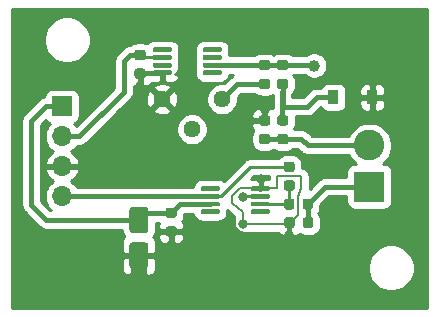
<source format=gbr>
%TF.GenerationSoftware,KiCad,Pcbnew,5.1.6-c6e7f7d~87~ubuntu18.04.1*%
%TF.CreationDate,2021-12-04T00:40:26-08:00*%
%TF.ProjectId,thermocouple-amp,74686572-6d6f-4636-9f75-706c652d616d,rev?*%
%TF.SameCoordinates,Original*%
%TF.FileFunction,Copper,L1,Top*%
%TF.FilePolarity,Positive*%
%FSLAX46Y46*%
G04 Gerber Fmt 4.6, Leading zero omitted, Abs format (unit mm)*
G04 Created by KiCad (PCBNEW 5.1.6-c6e7f7d~87~ubuntu18.04.1) date 2021-12-04 00:40:26*
%MOMM*%
%LPD*%
G01*
G04 APERTURE LIST*
%TA.AperFunction,NonConductor*%
%ADD10C,0.150000*%
%TD*%
%TA.AperFunction,SMDPad,CuDef*%
%ADD11C,1.000000*%
%TD*%
%TA.AperFunction,ComponentPad*%
%ADD12C,2.600000*%
%TD*%
%TA.AperFunction,ComponentPad*%
%ADD13R,2.600000X2.600000*%
%TD*%
%TA.AperFunction,SMDPad,CuDef*%
%ADD14R,0.900000X1.200000*%
%TD*%
%TA.AperFunction,ComponentPad*%
%ADD15C,1.440000*%
%TD*%
%TA.AperFunction,ComponentPad*%
%ADD16O,1.700000X1.700000*%
%TD*%
%TA.AperFunction,ComponentPad*%
%ADD17R,1.700000X1.700000*%
%TD*%
%TA.AperFunction,ViaPad*%
%ADD18C,0.800000*%
%TD*%
%TA.AperFunction,Conductor*%
%ADD19C,0.250000*%
%TD*%
%TA.AperFunction,Conductor*%
%ADD20C,0.381000*%
%TD*%
%TA.AperFunction,Conductor*%
%ADD21C,0.254000*%
%TD*%
G04 APERTURE END LIST*
D10*
X165100000Y-98679000D02*
X165100000Y-99695000D01*
X163068000Y-98679000D02*
X165100000Y-98679000D01*
X163068000Y-99695000D02*
X163068000Y-98679000D01*
X162179000Y-99695000D02*
X163068000Y-99695000D01*
X165100000Y-99695000D02*
X164846000Y-100457000D01*
X164846000Y-100457000D02*
X164846000Y-101981000D01*
X164846000Y-101981000D02*
X164084000Y-102616000D01*
X160147000Y-101727000D02*
X160147000Y-102743000D01*
X160147000Y-102743000D02*
X163957000Y-102743000D01*
X159258000Y-100965000D02*
X160147000Y-101727000D01*
X159258000Y-100330000D02*
X159258000Y-100965000D01*
X159893000Y-99695000D02*
X159258000Y-100330000D01*
X161544000Y-99695000D02*
X159893000Y-99695000D01*
%TO.P,U1,8*%
%TO.N,Net-(U1-Pad8)*%
%TA.AperFunction,SMDPad,CuDef*%
G36*
G01*
X156748000Y-88075800D02*
X156748000Y-87875800D01*
G75*
G02*
X156848000Y-87775800I100000J0D01*
G01*
X158273000Y-87775800D01*
G75*
G02*
X158373000Y-87875800I0J-100000D01*
G01*
X158373000Y-88075800D01*
G75*
G02*
X158273000Y-88175800I-100000J0D01*
G01*
X156848000Y-88175800D01*
G75*
G02*
X156748000Y-88075800I0J100000D01*
G01*
G37*
%TD.AperFunction*%
%TO.P,U1,7*%
%TO.N,Net-(U1-Pad7)*%
%TA.AperFunction,SMDPad,CuDef*%
G36*
G01*
X156748000Y-88725800D02*
X156748000Y-88525800D01*
G75*
G02*
X156848000Y-88425800I100000J0D01*
G01*
X158273000Y-88425800D01*
G75*
G02*
X158373000Y-88525800I0J-100000D01*
G01*
X158373000Y-88725800D01*
G75*
G02*
X158273000Y-88825800I-100000J0D01*
G01*
X156848000Y-88825800D01*
G75*
G02*
X156748000Y-88725800I0J100000D01*
G01*
G37*
%TD.AperFunction*%
%TO.P,U1,6*%
%TO.N,/5.000V*%
%TA.AperFunction,SMDPad,CuDef*%
G36*
G01*
X156748000Y-89375800D02*
X156748000Y-89175800D01*
G75*
G02*
X156848000Y-89075800I100000J0D01*
G01*
X158273000Y-89075800D01*
G75*
G02*
X158373000Y-89175800I0J-100000D01*
G01*
X158373000Y-89375800D01*
G75*
G02*
X158273000Y-89475800I-100000J0D01*
G01*
X156848000Y-89475800D01*
G75*
G02*
X156748000Y-89375800I0J100000D01*
G01*
G37*
%TD.AperFunction*%
%TO.P,U1,5*%
%TO.N,Net-(U1-Pad5)*%
%TA.AperFunction,SMDPad,CuDef*%
G36*
G01*
X156748000Y-90025800D02*
X156748000Y-89825800D01*
G75*
G02*
X156848000Y-89725800I100000J0D01*
G01*
X158273000Y-89725800D01*
G75*
G02*
X158373000Y-89825800I0J-100000D01*
G01*
X158373000Y-90025800D01*
G75*
G02*
X158273000Y-90125800I-100000J0D01*
G01*
X156848000Y-90125800D01*
G75*
G02*
X156748000Y-90025800I0J100000D01*
G01*
G37*
%TD.AperFunction*%
%TO.P,U1,4*%
%TO.N,GND*%
%TA.AperFunction,SMDPad,CuDef*%
G36*
G01*
X152523000Y-90025800D02*
X152523000Y-89825800D01*
G75*
G02*
X152623000Y-89725800I100000J0D01*
G01*
X154048000Y-89725800D01*
G75*
G02*
X154148000Y-89825800I0J-100000D01*
G01*
X154148000Y-90025800D01*
G75*
G02*
X154048000Y-90125800I-100000J0D01*
G01*
X152623000Y-90125800D01*
G75*
G02*
X152523000Y-90025800I0J100000D01*
G01*
G37*
%TD.AperFunction*%
%TO.P,U1,3*%
%TO.N,Net-(U1-Pad3)*%
%TA.AperFunction,SMDPad,CuDef*%
G36*
G01*
X152523000Y-89375800D02*
X152523000Y-89175800D01*
G75*
G02*
X152623000Y-89075800I100000J0D01*
G01*
X154048000Y-89075800D01*
G75*
G02*
X154148000Y-89175800I0J-100000D01*
G01*
X154148000Y-89375800D01*
G75*
G02*
X154048000Y-89475800I-100000J0D01*
G01*
X152623000Y-89475800D01*
G75*
G02*
X152523000Y-89375800I0J100000D01*
G01*
G37*
%TD.AperFunction*%
%TO.P,U1,2*%
%TO.N,+12V*%
%TA.AperFunction,SMDPad,CuDef*%
G36*
G01*
X152523000Y-88725800D02*
X152523000Y-88525800D01*
G75*
G02*
X152623000Y-88425800I100000J0D01*
G01*
X154048000Y-88425800D01*
G75*
G02*
X154148000Y-88525800I0J-100000D01*
G01*
X154148000Y-88725800D01*
G75*
G02*
X154048000Y-88825800I-100000J0D01*
G01*
X152623000Y-88825800D01*
G75*
G02*
X152523000Y-88725800I0J100000D01*
G01*
G37*
%TD.AperFunction*%
%TO.P,U1,1*%
%TO.N,Net-(U1-Pad1)*%
%TA.AperFunction,SMDPad,CuDef*%
G36*
G01*
X152523000Y-88075800D02*
X152523000Y-87875800D01*
G75*
G02*
X152623000Y-87775800I100000J0D01*
G01*
X154048000Y-87775800D01*
G75*
G02*
X154148000Y-87875800I0J-100000D01*
G01*
X154148000Y-88075800D01*
G75*
G02*
X154048000Y-88175800I-100000J0D01*
G01*
X152623000Y-88175800D01*
G75*
G02*
X152523000Y-88075800I0J100000D01*
G01*
G37*
%TD.AperFunction*%
%TD*%
%TO.P,U2,8*%
%TO.N,Net-(U2-Pad8)*%
%TA.AperFunction,SMDPad,CuDef*%
G36*
G01*
X158212000Y-101586000D02*
X158212000Y-101786000D01*
G75*
G02*
X158112000Y-101886000I-100000J0D01*
G01*
X156687000Y-101886000D01*
G75*
G02*
X156587000Y-101786000I0J100000D01*
G01*
X156587000Y-101586000D01*
G75*
G02*
X156687000Y-101486000I100000J0D01*
G01*
X158112000Y-101486000D01*
G75*
G02*
X158212000Y-101586000I0J-100000D01*
G01*
G37*
%TD.AperFunction*%
%TO.P,U2,7*%
%TO.N,+5V*%
%TA.AperFunction,SMDPad,CuDef*%
G36*
G01*
X158212000Y-100936000D02*
X158212000Y-101136000D01*
G75*
G02*
X158112000Y-101236000I-100000J0D01*
G01*
X156687000Y-101236000D01*
G75*
G02*
X156587000Y-101136000I0J100000D01*
G01*
X156587000Y-100936000D01*
G75*
G02*
X156687000Y-100836000I100000J0D01*
G01*
X158112000Y-100836000D01*
G75*
G02*
X158212000Y-100936000I0J-100000D01*
G01*
G37*
%TD.AperFunction*%
%TO.P,U2,6*%
%TO.N,/Vout*%
%TA.AperFunction,SMDPad,CuDef*%
G36*
G01*
X158212000Y-100286000D02*
X158212000Y-100486000D01*
G75*
G02*
X158112000Y-100586000I-100000J0D01*
G01*
X156687000Y-100586000D01*
G75*
G02*
X156587000Y-100486000I0J100000D01*
G01*
X156587000Y-100286000D01*
G75*
G02*
X156687000Y-100186000I100000J0D01*
G01*
X158112000Y-100186000D01*
G75*
G02*
X158212000Y-100286000I0J-100000D01*
G01*
G37*
%TD.AperFunction*%
%TO.P,U2,5*%
%TO.N,Net-(U2-Pad5)*%
%TA.AperFunction,SMDPad,CuDef*%
G36*
G01*
X158212000Y-99636000D02*
X158212000Y-99836000D01*
G75*
G02*
X158112000Y-99936000I-100000J0D01*
G01*
X156687000Y-99936000D01*
G75*
G02*
X156587000Y-99836000I0J100000D01*
G01*
X156587000Y-99636000D01*
G75*
G02*
X156687000Y-99536000I100000J0D01*
G01*
X158112000Y-99536000D01*
G75*
G02*
X158212000Y-99636000I0J-100000D01*
G01*
G37*
%TD.AperFunction*%
%TO.P,U2,4*%
%TO.N,GND*%
%TA.AperFunction,SMDPad,CuDef*%
G36*
G01*
X162437000Y-99636000D02*
X162437000Y-99836000D01*
G75*
G02*
X162337000Y-99936000I-100000J0D01*
G01*
X160912000Y-99936000D01*
G75*
G02*
X160812000Y-99836000I0J100000D01*
G01*
X160812000Y-99636000D01*
G75*
G02*
X160912000Y-99536000I100000J0D01*
G01*
X162337000Y-99536000D01*
G75*
G02*
X162437000Y-99636000I0J-100000D01*
G01*
G37*
%TD.AperFunction*%
%TO.P,U2,3*%
%TO.N,Net-(RV1-Pad2)*%
%TA.AperFunction,SMDPad,CuDef*%
G36*
G01*
X162437000Y-100286000D02*
X162437000Y-100486000D01*
G75*
G02*
X162337000Y-100586000I-100000J0D01*
G01*
X160912000Y-100586000D01*
G75*
G02*
X160812000Y-100486000I0J100000D01*
G01*
X160812000Y-100286000D01*
G75*
G02*
X160912000Y-100186000I100000J0D01*
G01*
X162337000Y-100186000D01*
G75*
G02*
X162437000Y-100286000I0J-100000D01*
G01*
G37*
%TD.AperFunction*%
%TO.P,U2,2*%
%TO.N,Net-(R7-Pad2)*%
%TA.AperFunction,SMDPad,CuDef*%
G36*
G01*
X162437000Y-100936000D02*
X162437000Y-101136000D01*
G75*
G02*
X162337000Y-101236000I-100000J0D01*
G01*
X160912000Y-101236000D01*
G75*
G02*
X160812000Y-101136000I0J100000D01*
G01*
X160812000Y-100936000D01*
G75*
G02*
X160912000Y-100836000I100000J0D01*
G01*
X162337000Y-100836000D01*
G75*
G02*
X162437000Y-100936000I0J-100000D01*
G01*
G37*
%TD.AperFunction*%
%TO.P,U2,1*%
%TO.N,Net-(U2-Pad1)*%
%TA.AperFunction,SMDPad,CuDef*%
G36*
G01*
X162437000Y-101586000D02*
X162437000Y-101786000D01*
G75*
G02*
X162337000Y-101886000I-100000J0D01*
G01*
X160912000Y-101886000D01*
G75*
G02*
X160812000Y-101786000I0J100000D01*
G01*
X160812000Y-101586000D01*
G75*
G02*
X160912000Y-101486000I100000J0D01*
G01*
X162337000Y-101486000D01*
G75*
G02*
X162437000Y-101586000I0J-100000D01*
G01*
G37*
%TD.AperFunction*%
%TD*%
D11*
%TO.P,TP1,1*%
%TO.N,/5.000V*%
X166192200Y-89306400D03*
%TD*%
D12*
%TO.P,TC1,2*%
%TO.N,Net-(R2-Pad1)*%
X170865800Y-96068000D03*
D13*
%TO.P,TC1,1*%
%TO.N,Net-(R4-Pad2)*%
X170865800Y-99568000D03*
%TD*%
%TO.P,R8,2*%
%TO.N,/Vout*%
%TA.AperFunction,SMDPad,CuDef*%
G36*
G01*
X164340250Y-98329000D02*
X163827750Y-98329000D01*
G75*
G02*
X163609000Y-98110250I0J218750D01*
G01*
X163609000Y-97672750D01*
G75*
G02*
X163827750Y-97454000I218750J0D01*
G01*
X164340250Y-97454000D01*
G75*
G02*
X164559000Y-97672750I0J-218750D01*
G01*
X164559000Y-98110250D01*
G75*
G02*
X164340250Y-98329000I-218750J0D01*
G01*
G37*
%TD.AperFunction*%
%TO.P,R8,1*%
%TO.N,Net-(R7-Pad2)*%
%TA.AperFunction,SMDPad,CuDef*%
G36*
G01*
X164340250Y-99904000D02*
X163827750Y-99904000D01*
G75*
G02*
X163609000Y-99685250I0J218750D01*
G01*
X163609000Y-99247750D01*
G75*
G02*
X163827750Y-99029000I218750J0D01*
G01*
X164340250Y-99029000D01*
G75*
G02*
X164559000Y-99247750I0J-218750D01*
G01*
X164559000Y-99685250D01*
G75*
G02*
X164340250Y-99904000I-218750J0D01*
G01*
G37*
%TD.AperFunction*%
%TD*%
%TO.P,R7,2*%
%TO.N,Net-(R7-Pad2)*%
%TA.AperFunction,SMDPad,CuDef*%
G36*
G01*
X164521400Y-100784950D02*
X164521400Y-101297450D01*
G75*
G02*
X164302650Y-101516200I-218750J0D01*
G01*
X163865150Y-101516200D01*
G75*
G02*
X163646400Y-101297450I0J218750D01*
G01*
X163646400Y-100784950D01*
G75*
G02*
X163865150Y-100566200I218750J0D01*
G01*
X164302650Y-100566200D01*
G75*
G02*
X164521400Y-100784950I0J-218750D01*
G01*
G37*
%TD.AperFunction*%
%TO.P,R7,1*%
%TO.N,Net-(R4-Pad2)*%
%TA.AperFunction,SMDPad,CuDef*%
G36*
G01*
X166096400Y-100784950D02*
X166096400Y-101297450D01*
G75*
G02*
X165877650Y-101516200I-218750J0D01*
G01*
X165440150Y-101516200D01*
G75*
G02*
X165221400Y-101297450I0J218750D01*
G01*
X165221400Y-100784950D01*
G75*
G02*
X165440150Y-100566200I218750J0D01*
G01*
X165877650Y-100566200D01*
G75*
G02*
X166096400Y-100784950I0J-218750D01*
G01*
G37*
%TD.AperFunction*%
%TD*%
%TO.P,R5,2*%
%TO.N,/5.000V*%
%TA.AperFunction,SMDPad,CuDef*%
G36*
G01*
X162257450Y-89718400D02*
X161744950Y-89718400D01*
G75*
G02*
X161526200Y-89499650I0J218750D01*
G01*
X161526200Y-89062150D01*
G75*
G02*
X161744950Y-88843400I218750J0D01*
G01*
X162257450Y-88843400D01*
G75*
G02*
X162476200Y-89062150I0J-218750D01*
G01*
X162476200Y-89499650D01*
G75*
G02*
X162257450Y-89718400I-218750J0D01*
G01*
G37*
%TD.AperFunction*%
%TO.P,R5,1*%
%TO.N,Net-(R5-Pad1)*%
%TA.AperFunction,SMDPad,CuDef*%
G36*
G01*
X162257450Y-91293400D02*
X161744950Y-91293400D01*
G75*
G02*
X161526200Y-91074650I0J218750D01*
G01*
X161526200Y-90637150D01*
G75*
G02*
X161744950Y-90418400I218750J0D01*
G01*
X162257450Y-90418400D01*
G75*
G02*
X162476200Y-90637150I0J-218750D01*
G01*
X162476200Y-91074650D01*
G75*
G02*
X162257450Y-91293400I-218750J0D01*
G01*
G37*
%TD.AperFunction*%
%TD*%
%TO.P,R4,2*%
%TO.N,Net-(R4-Pad2)*%
%TA.AperFunction,SMDPad,CuDef*%
G36*
G01*
X165246800Y-102872250D02*
X165246800Y-102359750D01*
G75*
G02*
X165465550Y-102141000I218750J0D01*
G01*
X165903050Y-102141000D01*
G75*
G02*
X166121800Y-102359750I0J-218750D01*
G01*
X166121800Y-102872250D01*
G75*
G02*
X165903050Y-103091000I-218750J0D01*
G01*
X165465550Y-103091000D01*
G75*
G02*
X165246800Y-102872250I0J218750D01*
G01*
G37*
%TD.AperFunction*%
%TO.P,R4,1*%
%TO.N,GND*%
%TA.AperFunction,SMDPad,CuDef*%
G36*
G01*
X163671800Y-102872250D02*
X163671800Y-102359750D01*
G75*
G02*
X163890550Y-102141000I218750J0D01*
G01*
X164328050Y-102141000D01*
G75*
G02*
X164546800Y-102359750I0J-218750D01*
G01*
X164546800Y-102872250D01*
G75*
G02*
X164328050Y-103091000I-218750J0D01*
G01*
X163890550Y-103091000D01*
G75*
G02*
X163671800Y-102872250I0J218750D01*
G01*
G37*
%TD.AperFunction*%
%TD*%
%TO.P,R3,2*%
%TO.N,Net-(R2-Pad1)*%
%TA.AperFunction,SMDPad,CuDef*%
G36*
G01*
X161744950Y-95092000D02*
X162257450Y-95092000D01*
G75*
G02*
X162476200Y-95310750I0J-218750D01*
G01*
X162476200Y-95748250D01*
G75*
G02*
X162257450Y-95967000I-218750J0D01*
G01*
X161744950Y-95967000D01*
G75*
G02*
X161526200Y-95748250I0J218750D01*
G01*
X161526200Y-95310750D01*
G75*
G02*
X161744950Y-95092000I218750J0D01*
G01*
G37*
%TD.AperFunction*%
%TO.P,R3,1*%
%TO.N,GND*%
%TA.AperFunction,SMDPad,CuDef*%
G36*
G01*
X161744950Y-93517000D02*
X162257450Y-93517000D01*
G75*
G02*
X162476200Y-93735750I0J-218750D01*
G01*
X162476200Y-94173250D01*
G75*
G02*
X162257450Y-94392000I-218750J0D01*
G01*
X161744950Y-94392000D01*
G75*
G02*
X161526200Y-94173250I0J218750D01*
G01*
X161526200Y-93735750D01*
G75*
G02*
X161744950Y-93517000I218750J0D01*
G01*
G37*
%TD.AperFunction*%
%TD*%
%TO.P,R2,2*%
%TO.N,Net-(D1-Pad2)*%
%TA.AperFunction,SMDPad,CuDef*%
G36*
G01*
X163806850Y-94392000D02*
X163294350Y-94392000D01*
G75*
G02*
X163075600Y-94173250I0J218750D01*
G01*
X163075600Y-93735750D01*
G75*
G02*
X163294350Y-93517000I218750J0D01*
G01*
X163806850Y-93517000D01*
G75*
G02*
X164025600Y-93735750I0J-218750D01*
G01*
X164025600Y-94173250D01*
G75*
G02*
X163806850Y-94392000I-218750J0D01*
G01*
G37*
%TD.AperFunction*%
%TO.P,R2,1*%
%TO.N,Net-(R2-Pad1)*%
%TA.AperFunction,SMDPad,CuDef*%
G36*
G01*
X163806850Y-95967000D02*
X163294350Y-95967000D01*
G75*
G02*
X163075600Y-95748250I0J218750D01*
G01*
X163075600Y-95310750D01*
G75*
G02*
X163294350Y-95092000I218750J0D01*
G01*
X163806850Y-95092000D01*
G75*
G02*
X164025600Y-95310750I0J-218750D01*
G01*
X164025600Y-95748250D01*
G75*
G02*
X163806850Y-95967000I-218750J0D01*
G01*
G37*
%TD.AperFunction*%
%TD*%
%TO.P,R1,2*%
%TO.N,/5.000V*%
%TA.AperFunction,SMDPad,CuDef*%
G36*
G01*
X163781450Y-89718400D02*
X163268950Y-89718400D01*
G75*
G02*
X163050200Y-89499650I0J218750D01*
G01*
X163050200Y-89062150D01*
G75*
G02*
X163268950Y-88843400I218750J0D01*
G01*
X163781450Y-88843400D01*
G75*
G02*
X164000200Y-89062150I0J-218750D01*
G01*
X164000200Y-89499650D01*
G75*
G02*
X163781450Y-89718400I-218750J0D01*
G01*
G37*
%TD.AperFunction*%
%TO.P,R1,1*%
%TO.N,Net-(D1-Pad2)*%
%TA.AperFunction,SMDPad,CuDef*%
G36*
G01*
X163781450Y-91293400D02*
X163268950Y-91293400D01*
G75*
G02*
X163050200Y-91074650I0J218750D01*
G01*
X163050200Y-90637150D01*
G75*
G02*
X163268950Y-90418400I218750J0D01*
G01*
X163781450Y-90418400D01*
G75*
G02*
X164000200Y-90637150I0J-218750D01*
G01*
X164000200Y-91074650D01*
G75*
G02*
X163781450Y-91293400I-218750J0D01*
G01*
G37*
%TD.AperFunction*%
%TD*%
D14*
%TO.P,D1,2*%
%TO.N,Net-(D1-Pad2)*%
X167818800Y-91998800D03*
%TO.P,D1,1*%
%TO.N,GND*%
X171118800Y-91998800D03*
%TD*%
%TO.P,C2,2*%
%TO.N,+5V*%
%TA.AperFunction,SMDPad,CuDef*%
G36*
G01*
X154358050Y-102215200D02*
X153845550Y-102215200D01*
G75*
G02*
X153626800Y-101996450I0J218750D01*
G01*
X153626800Y-101558950D01*
G75*
G02*
X153845550Y-101340200I218750J0D01*
G01*
X154358050Y-101340200D01*
G75*
G02*
X154576800Y-101558950I0J-218750D01*
G01*
X154576800Y-101996450D01*
G75*
G02*
X154358050Y-102215200I-218750J0D01*
G01*
G37*
%TD.AperFunction*%
%TO.P,C2,1*%
%TO.N,GND*%
%TA.AperFunction,SMDPad,CuDef*%
G36*
G01*
X154358050Y-103790200D02*
X153845550Y-103790200D01*
G75*
G02*
X153626800Y-103571450I0J218750D01*
G01*
X153626800Y-103133950D01*
G75*
G02*
X153845550Y-102915200I218750J0D01*
G01*
X154358050Y-102915200D01*
G75*
G02*
X154576800Y-103133950I0J-218750D01*
G01*
X154576800Y-103571450D01*
G75*
G02*
X154358050Y-103790200I-218750J0D01*
G01*
G37*
%TD.AperFunction*%
%TD*%
%TO.P,C1,2*%
%TO.N,GND*%
%TA.AperFunction,SMDPad,CuDef*%
G36*
G01*
X150808600Y-104286000D02*
X151908600Y-104286000D01*
G75*
G02*
X152158600Y-104536000I0J-250000D01*
G01*
X152158600Y-106236000D01*
G75*
G02*
X151908600Y-106486000I-250000J0D01*
G01*
X150808600Y-106486000D01*
G75*
G02*
X150558600Y-106236000I0J250000D01*
G01*
X150558600Y-104536000D01*
G75*
G02*
X150808600Y-104286000I250000J0D01*
G01*
G37*
%TD.AperFunction*%
%TO.P,C1,1*%
%TO.N,+5V*%
%TA.AperFunction,SMDPad,CuDef*%
G36*
G01*
X150808600Y-101286000D02*
X151908600Y-101286000D01*
G75*
G02*
X152158600Y-101536000I0J-250000D01*
G01*
X152158600Y-103236000D01*
G75*
G02*
X151908600Y-103486000I-250000J0D01*
G01*
X150808600Y-103486000D01*
G75*
G02*
X150558600Y-103236000I0J250000D01*
G01*
X150558600Y-101536000D01*
G75*
G02*
X150808600Y-101286000I250000J0D01*
G01*
G37*
%TD.AperFunction*%
%TD*%
D15*
%TO.P,RV1,3*%
%TO.N,GND*%
X153314400Y-92151200D03*
%TO.P,RV1,2*%
%TO.N,Net-(RV1-Pad2)*%
X155854400Y-94691200D03*
%TO.P,RV1,1*%
%TO.N,Net-(R5-Pad1)*%
X158394400Y-92151200D03*
%TD*%
%TO.P,C3,2*%
%TO.N,+12V*%
%TA.AperFunction,SMDPad,CuDef*%
G36*
G01*
X151716450Y-88854800D02*
X151203950Y-88854800D01*
G75*
G02*
X150985200Y-88636050I0J218750D01*
G01*
X150985200Y-88198550D01*
G75*
G02*
X151203950Y-87979800I218750J0D01*
G01*
X151716450Y-87979800D01*
G75*
G02*
X151935200Y-88198550I0J-218750D01*
G01*
X151935200Y-88636050D01*
G75*
G02*
X151716450Y-88854800I-218750J0D01*
G01*
G37*
%TD.AperFunction*%
%TO.P,C3,1*%
%TO.N,GND*%
%TA.AperFunction,SMDPad,CuDef*%
G36*
G01*
X151716450Y-90429800D02*
X151203950Y-90429800D01*
G75*
G02*
X150985200Y-90211050I0J218750D01*
G01*
X150985200Y-89773550D01*
G75*
G02*
X151203950Y-89554800I218750J0D01*
G01*
X151716450Y-89554800D01*
G75*
G02*
X151935200Y-89773550I0J-218750D01*
G01*
X151935200Y-90211050D01*
G75*
G02*
X151716450Y-90429800I-218750J0D01*
G01*
G37*
%TD.AperFunction*%
%TD*%
D16*
%TO.P,J2,4*%
%TO.N,/Vout*%
X144856200Y-100380800D03*
%TO.P,J2,3*%
%TO.N,GND*%
X144856200Y-97840800D03*
%TO.P,J2,2*%
%TO.N,+12V*%
X144856200Y-95300800D03*
D17*
%TO.P,J2,1*%
%TO.N,+5V*%
X144856200Y-92760800D03*
%TD*%
D18*
%TO.N,GND*%
X151460200Y-91008200D03*
X147345400Y-91135200D03*
X141147800Y-88722200D03*
X143002000Y-104800400D03*
X146050000Y-106375200D03*
X150901400Y-107188000D03*
X151790400Y-107188000D03*
X154076400Y-104521000D03*
X162026600Y-93091000D03*
X150571200Y-96443800D03*
X156337000Y-106146600D03*
X172237400Y-88569800D03*
X159867600Y-85547200D03*
X149225000Y-86741000D03*
X148463000Y-98983800D03*
X161671000Y-98933000D03*
X164084000Y-103632000D03*
X160147000Y-102743000D03*
%TO.N,Net-(RV1-Pad2)*%
X160147009Y-100412210D03*
%TD*%
D19*
%TO.N,GND*%
X144983200Y-97967800D02*
X145110200Y-97840800D01*
D20*
X151460200Y-89992300D02*
X151460200Y-91008200D01*
X151526700Y-89925800D02*
X151460200Y-89992300D01*
X153335500Y-89925800D02*
X151526700Y-89925800D01*
X150901400Y-105843200D02*
X151358600Y-105386000D01*
X150901400Y-107188000D02*
X150901400Y-105843200D01*
X151790400Y-105817800D02*
X151358600Y-105386000D01*
X151790400Y-107188000D02*
X151790400Y-105817800D01*
X154076400Y-103378100D02*
X154101800Y-103352700D01*
X154076400Y-104521000D02*
X154076400Y-103378100D01*
X162026600Y-93929100D02*
X162001200Y-93954500D01*
X162026600Y-93091000D02*
X162026600Y-93929100D01*
X161671000Y-99689500D02*
X161624500Y-99736000D01*
X161671000Y-98933000D02*
X161671000Y-99689500D01*
X164109300Y-103606700D02*
X164084000Y-103632000D01*
X164109300Y-102616000D02*
X164109300Y-103606700D01*
%TO.N,Net-(D1-Pad2)*%
X163499800Y-93903700D02*
X163550600Y-93954500D01*
X163499800Y-91567000D02*
X163499800Y-93903700D01*
X163525200Y-90855900D02*
X163525200Y-92786200D01*
X166420800Y-91998800D02*
X167818800Y-91998800D01*
X163525200Y-92786200D02*
X165633400Y-92786200D01*
X165633400Y-92786200D02*
X166420800Y-91998800D01*
D21*
%TO.N,/Vout*%
X158313000Y-100386000D02*
X157399500Y-100386000D01*
X164084000Y-97891500D02*
X160807500Y-97891500D01*
X160807500Y-97891500D02*
X158313000Y-100386000D01*
D20*
X144861400Y-100386000D02*
X144856200Y-100380800D01*
X157399500Y-100386000D02*
X144861400Y-100386000D01*
%TO.N,+5V*%
X151966900Y-101777700D02*
X151358600Y-102386000D01*
X154101800Y-101777700D02*
X151966900Y-101777700D01*
X143534000Y-102386000D02*
X151358600Y-102386000D01*
X142240000Y-101092000D02*
X143534000Y-102386000D01*
X144856200Y-92760800D02*
X143459200Y-92760800D01*
X142240000Y-93980000D02*
X142240000Y-101092000D01*
X143459200Y-92760800D02*
X142240000Y-93980000D01*
X154843500Y-101036000D02*
X154101800Y-101777700D01*
X157399500Y-101036000D02*
X154843500Y-101036000D01*
D21*
%TO.N,+12V*%
X151668700Y-88625800D02*
X153335500Y-88625800D01*
X151460200Y-88417300D02*
X151668700Y-88625800D01*
D20*
X150114000Y-91516200D02*
X146329400Y-95300800D01*
X150114000Y-88900000D02*
X150114000Y-91516200D01*
X151460200Y-88417300D02*
X150596700Y-88417300D01*
X146329400Y-95300800D02*
X144856200Y-95300800D01*
X150596700Y-88417300D02*
X150114000Y-88900000D01*
%TO.N,/5.000V*%
X157693500Y-89280900D02*
X162001200Y-89280900D01*
X157688400Y-89275800D02*
X157693500Y-89280900D01*
X157560500Y-89275800D02*
X157688400Y-89275800D01*
X162001200Y-89280900D02*
X163525200Y-89280900D01*
X166166700Y-89280900D02*
X166192200Y-89306400D01*
X163525200Y-89280900D02*
X166166700Y-89280900D01*
%TO.N,Net-(R2-Pad1)*%
X165125300Y-95529500D02*
X163550600Y-95529500D01*
X163550600Y-95529500D02*
X162001200Y-95529500D01*
X165663800Y-96068000D02*
X165125300Y-95529500D01*
X170865800Y-96068000D02*
X165663800Y-96068000D01*
%TO.N,Net-(R4-Pad2)*%
X165658900Y-102590600D02*
X165684300Y-102616000D01*
X165658900Y-101041200D02*
X165658900Y-102590600D01*
X167132100Y-99568000D02*
X165658900Y-101041200D01*
X170865800Y-99568000D02*
X167132100Y-99568000D01*
%TO.N,Net-(R5-Pad1)*%
X159689700Y-90855900D02*
X158394400Y-92151200D01*
X162001200Y-90855900D02*
X159689700Y-90855900D01*
D21*
%TO.N,Net-(R7-Pad2)*%
X164078700Y-101036000D02*
X164083900Y-101041200D01*
X161624500Y-101036000D02*
X164078700Y-101036000D01*
X164083900Y-99821900D02*
X164083900Y-101041200D01*
%TO.N,Net-(RV1-Pad2)*%
X160173219Y-100386000D02*
X160147009Y-100412210D01*
X161624500Y-100386000D02*
X160173219Y-100386000D01*
%TD*%
%TO.N,GND*%
G36*
X175743000Y-109830000D02*
G01*
X140614000Y-109830000D01*
X140614000Y-106486000D01*
X149920528Y-106486000D01*
X149932788Y-106610482D01*
X149969098Y-106730180D01*
X150028063Y-106840494D01*
X150107415Y-106937185D01*
X150204106Y-107016537D01*
X150314420Y-107075502D01*
X150434118Y-107111812D01*
X150558600Y-107124072D01*
X151072850Y-107121000D01*
X151231600Y-106962250D01*
X151231600Y-105513000D01*
X151485600Y-105513000D01*
X151485600Y-106962250D01*
X151644350Y-107121000D01*
X152158600Y-107124072D01*
X152283082Y-107111812D01*
X152402780Y-107075502D01*
X152513094Y-107016537D01*
X152609785Y-106937185D01*
X152689137Y-106840494D01*
X152748102Y-106730180D01*
X152784412Y-106610482D01*
X152796672Y-106486000D01*
X152795709Y-106230495D01*
X170735000Y-106230495D01*
X170735000Y-106621505D01*
X170811282Y-107005003D01*
X170960915Y-107366250D01*
X171178149Y-107691364D01*
X171454636Y-107967851D01*
X171779750Y-108185085D01*
X172140997Y-108334718D01*
X172524495Y-108411000D01*
X172915505Y-108411000D01*
X173299003Y-108334718D01*
X173660250Y-108185085D01*
X173985364Y-107967851D01*
X174261851Y-107691364D01*
X174479085Y-107366250D01*
X174628718Y-107005003D01*
X174705000Y-106621505D01*
X174705000Y-106230495D01*
X174628718Y-105846997D01*
X174479085Y-105485750D01*
X174261851Y-105160636D01*
X173985364Y-104884149D01*
X173660250Y-104666915D01*
X173299003Y-104517282D01*
X172915505Y-104441000D01*
X172524495Y-104441000D01*
X172140997Y-104517282D01*
X171779750Y-104666915D01*
X171454636Y-104884149D01*
X171178149Y-105160636D01*
X170960915Y-105485750D01*
X170811282Y-105846997D01*
X170735000Y-106230495D01*
X152795709Y-106230495D01*
X152793600Y-105671750D01*
X152634850Y-105513000D01*
X151485600Y-105513000D01*
X151231600Y-105513000D01*
X150082350Y-105513000D01*
X149923600Y-105671750D01*
X149920528Y-106486000D01*
X140614000Y-106486000D01*
X140614000Y-93980000D01*
X141410506Y-93980000D01*
X141414500Y-94020551D01*
X141414501Y-101051440D01*
X141410506Y-101092000D01*
X141426445Y-101253826D01*
X141473647Y-101409433D01*
X141550301Y-101552842D01*
X141597590Y-101610463D01*
X141653460Y-101678541D01*
X141684961Y-101704393D01*
X142921606Y-102941039D01*
X142947459Y-102972541D01*
X143073158Y-103075699D01*
X143216566Y-103152353D01*
X143372174Y-103199556D01*
X143493447Y-103211500D01*
X143493456Y-103211500D01*
X143533999Y-103215493D01*
X143574542Y-103211500D01*
X149920528Y-103211500D01*
X149920528Y-103236000D01*
X149937592Y-103409254D01*
X149988128Y-103575850D01*
X150070195Y-103729386D01*
X150136876Y-103810637D01*
X150107415Y-103834815D01*
X150028063Y-103931506D01*
X149969098Y-104041820D01*
X149932788Y-104161518D01*
X149920528Y-104286000D01*
X149923600Y-105100250D01*
X150082350Y-105259000D01*
X151231600Y-105259000D01*
X151231600Y-105239000D01*
X151485600Y-105239000D01*
X151485600Y-105259000D01*
X152634850Y-105259000D01*
X152793600Y-105100250D01*
X152796672Y-104286000D01*
X152784412Y-104161518D01*
X152748102Y-104041820D01*
X152689137Y-103931506D01*
X152609785Y-103834815D01*
X152580324Y-103810637D01*
X152597096Y-103790200D01*
X152988728Y-103790200D01*
X153000988Y-103914682D01*
X153037298Y-104034380D01*
X153096263Y-104144694D01*
X153175615Y-104241385D01*
X153272306Y-104320737D01*
X153382620Y-104379702D01*
X153502318Y-104416012D01*
X153626800Y-104428272D01*
X153816050Y-104425200D01*
X153974800Y-104266450D01*
X153974800Y-103479700D01*
X154228800Y-103479700D01*
X154228800Y-104266450D01*
X154387550Y-104425200D01*
X154576800Y-104428272D01*
X154701282Y-104416012D01*
X154820980Y-104379702D01*
X154931294Y-104320737D01*
X155027985Y-104241385D01*
X155107337Y-104144694D01*
X155166302Y-104034380D01*
X155202612Y-103914682D01*
X155214872Y-103790200D01*
X155211800Y-103638450D01*
X155053050Y-103479700D01*
X154228800Y-103479700D01*
X153974800Y-103479700D01*
X153150550Y-103479700D01*
X152991800Y-103638450D01*
X152988728Y-103790200D01*
X152597096Y-103790200D01*
X152647005Y-103729386D01*
X152729072Y-103575850D01*
X152779608Y-103409254D01*
X152796672Y-103236000D01*
X152796672Y-102603200D01*
X153073549Y-102603200D01*
X153037298Y-102671020D01*
X153000988Y-102790718D01*
X152988728Y-102915200D01*
X152991800Y-103066950D01*
X153150550Y-103225700D01*
X153974800Y-103225700D01*
X153974800Y-103205700D01*
X154228800Y-103205700D01*
X154228800Y-103225700D01*
X155053050Y-103225700D01*
X155211800Y-103066950D01*
X155214872Y-102915200D01*
X155202612Y-102790718D01*
X155166302Y-102671020D01*
X155107337Y-102560706D01*
X155052700Y-102494130D01*
X155070471Y-102472475D01*
X155149650Y-102324342D01*
X155198408Y-102163608D01*
X155214872Y-101996450D01*
X155214872Y-101861500D01*
X155956364Y-101861500D01*
X155963110Y-101929991D01*
X156005110Y-102068448D01*
X156073316Y-102196051D01*
X156165104Y-102307896D01*
X156276949Y-102399684D01*
X156404552Y-102467890D01*
X156543009Y-102509890D01*
X156687000Y-102524072D01*
X158112000Y-102524072D01*
X158255991Y-102509890D01*
X158394448Y-102467890D01*
X158522051Y-102399684D01*
X158633896Y-102307896D01*
X158725684Y-102196051D01*
X158793890Y-102068448D01*
X158835890Y-101929991D01*
X158850072Y-101786000D01*
X158850072Y-101586000D01*
X158846250Y-101547196D01*
X159437000Y-102053554D01*
X159437001Y-102708113D01*
X159433565Y-102743000D01*
X159447273Y-102882184D01*
X159487872Y-103016020D01*
X159553800Y-103139363D01*
X159642525Y-103247475D01*
X159750637Y-103336200D01*
X159873980Y-103402128D01*
X160007816Y-103442727D01*
X160112123Y-103453000D01*
X160147000Y-103456435D01*
X160181877Y-103453000D01*
X163147423Y-103453000D01*
X163220615Y-103542185D01*
X163317306Y-103621537D01*
X163427620Y-103680502D01*
X163547318Y-103716812D01*
X163671800Y-103729072D01*
X163823550Y-103726000D01*
X163982300Y-103567250D01*
X163982300Y-103453000D01*
X163991877Y-103453000D01*
X164096184Y-103442727D01*
X164230020Y-103402128D01*
X164236300Y-103398771D01*
X164236300Y-103567250D01*
X164395050Y-103726000D01*
X164546800Y-103729072D01*
X164671282Y-103716812D01*
X164790980Y-103680502D01*
X164901294Y-103621537D01*
X164967870Y-103566900D01*
X164989525Y-103584671D01*
X165137658Y-103663850D01*
X165298392Y-103712608D01*
X165465550Y-103729072D01*
X165903050Y-103729072D01*
X166070208Y-103712608D01*
X166230942Y-103663850D01*
X166379075Y-103584671D01*
X166508915Y-103478115D01*
X166615471Y-103348275D01*
X166694650Y-103200142D01*
X166743408Y-103039408D01*
X166759872Y-102872250D01*
X166759872Y-102359750D01*
X166743408Y-102192592D01*
X166694650Y-102031858D01*
X166615471Y-101883725D01*
X166557531Y-101813125D01*
X166590071Y-101773475D01*
X166669250Y-101625342D01*
X166718008Y-101464608D01*
X166734472Y-101297450D01*
X166734472Y-101133060D01*
X167474033Y-100393500D01*
X168927728Y-100393500D01*
X168927728Y-100868000D01*
X168939988Y-100992482D01*
X168976298Y-101112180D01*
X169035263Y-101222494D01*
X169114615Y-101319185D01*
X169211306Y-101398537D01*
X169321620Y-101457502D01*
X169441318Y-101493812D01*
X169565800Y-101506072D01*
X172165800Y-101506072D01*
X172290282Y-101493812D01*
X172409980Y-101457502D01*
X172520294Y-101398537D01*
X172616985Y-101319185D01*
X172696337Y-101222494D01*
X172755302Y-101112180D01*
X172791612Y-100992482D01*
X172803872Y-100868000D01*
X172803872Y-98268000D01*
X172791612Y-98143518D01*
X172755302Y-98023820D01*
X172696337Y-97913506D01*
X172616985Y-97816815D01*
X172520294Y-97737463D01*
X172409980Y-97678498D01*
X172290282Y-97642188D01*
X172165800Y-97629928D01*
X172011118Y-97629928D01*
X172099291Y-97571013D01*
X172368813Y-97301491D01*
X172580575Y-96984566D01*
X172726439Y-96632419D01*
X172800800Y-96258581D01*
X172800800Y-95877419D01*
X172726439Y-95503581D01*
X172580575Y-95151434D01*
X172368813Y-94834509D01*
X172099291Y-94564987D01*
X171782366Y-94353225D01*
X171430219Y-94207361D01*
X171056381Y-94133000D01*
X170675219Y-94133000D01*
X170301381Y-94207361D01*
X169949234Y-94353225D01*
X169632309Y-94564987D01*
X169362787Y-94834509D01*
X169151025Y-95151434D01*
X169113304Y-95242500D01*
X166005732Y-95242500D01*
X165737698Y-94974466D01*
X165711841Y-94942959D01*
X165586142Y-94839801D01*
X165442734Y-94763147D01*
X165287126Y-94715944D01*
X165165853Y-94704000D01*
X165165850Y-94704000D01*
X165125300Y-94700006D01*
X165084750Y-94704000D01*
X164474360Y-94704000D01*
X164519271Y-94649275D01*
X164598450Y-94501142D01*
X164647208Y-94340408D01*
X164663672Y-94173250D01*
X164663672Y-93735750D01*
X164651454Y-93611700D01*
X165592850Y-93611700D01*
X165633400Y-93615694D01*
X165673950Y-93611700D01*
X165673953Y-93611700D01*
X165795226Y-93599756D01*
X165950834Y-93552553D01*
X166094242Y-93475899D01*
X166219941Y-93372741D01*
X166245797Y-93341235D01*
X166762733Y-92824300D01*
X166773631Y-92824300D01*
X166779298Y-92842980D01*
X166838263Y-92953294D01*
X166917615Y-93049985D01*
X167014306Y-93129337D01*
X167124620Y-93188302D01*
X167244318Y-93224612D01*
X167368800Y-93236872D01*
X168268800Y-93236872D01*
X168393282Y-93224612D01*
X168512980Y-93188302D01*
X168623294Y-93129337D01*
X168719985Y-93049985D01*
X168799337Y-92953294D01*
X168858302Y-92842980D01*
X168894612Y-92723282D01*
X168906872Y-92598800D01*
X170030728Y-92598800D01*
X170042988Y-92723282D01*
X170079298Y-92842980D01*
X170138263Y-92953294D01*
X170217615Y-93049985D01*
X170314306Y-93129337D01*
X170424620Y-93188302D01*
X170544318Y-93224612D01*
X170668800Y-93236872D01*
X170833050Y-93233800D01*
X170991800Y-93075050D01*
X170991800Y-92125800D01*
X171245800Y-92125800D01*
X171245800Y-93075050D01*
X171404550Y-93233800D01*
X171568800Y-93236872D01*
X171693282Y-93224612D01*
X171812980Y-93188302D01*
X171923294Y-93129337D01*
X172019985Y-93049985D01*
X172099337Y-92953294D01*
X172158302Y-92842980D01*
X172194612Y-92723282D01*
X172206872Y-92598800D01*
X172203800Y-92284550D01*
X172045050Y-92125800D01*
X171245800Y-92125800D01*
X170991800Y-92125800D01*
X170192550Y-92125800D01*
X170033800Y-92284550D01*
X170030728Y-92598800D01*
X168906872Y-92598800D01*
X168906872Y-91398800D01*
X170030728Y-91398800D01*
X170033800Y-91713050D01*
X170192550Y-91871800D01*
X170991800Y-91871800D01*
X170991800Y-90922550D01*
X171245800Y-90922550D01*
X171245800Y-91871800D01*
X172045050Y-91871800D01*
X172203800Y-91713050D01*
X172206872Y-91398800D01*
X172194612Y-91274318D01*
X172158302Y-91154620D01*
X172099337Y-91044306D01*
X172019985Y-90947615D01*
X171923294Y-90868263D01*
X171812980Y-90809298D01*
X171693282Y-90772988D01*
X171568800Y-90760728D01*
X171404550Y-90763800D01*
X171245800Y-90922550D01*
X170991800Y-90922550D01*
X170833050Y-90763800D01*
X170668800Y-90760728D01*
X170544318Y-90772988D01*
X170424620Y-90809298D01*
X170314306Y-90868263D01*
X170217615Y-90947615D01*
X170138263Y-91044306D01*
X170079298Y-91154620D01*
X170042988Y-91274318D01*
X170030728Y-91398800D01*
X168906872Y-91398800D01*
X168894612Y-91274318D01*
X168858302Y-91154620D01*
X168799337Y-91044306D01*
X168719985Y-90947615D01*
X168623294Y-90868263D01*
X168512980Y-90809298D01*
X168393282Y-90772988D01*
X168268800Y-90760728D01*
X167368800Y-90760728D01*
X167244318Y-90772988D01*
X167124620Y-90809298D01*
X167014306Y-90868263D01*
X166917615Y-90947615D01*
X166838263Y-91044306D01*
X166779298Y-91154620D01*
X166773631Y-91173300D01*
X166461350Y-91173300D01*
X166420800Y-91169306D01*
X166380249Y-91173300D01*
X166380247Y-91173300D01*
X166258974Y-91185244D01*
X166103366Y-91232447D01*
X165959957Y-91309101D01*
X165865758Y-91386408D01*
X165865755Y-91386411D01*
X165834259Y-91412259D01*
X165808411Y-91443756D01*
X165291467Y-91960700D01*
X164350700Y-91960700D01*
X164350700Y-91710564D01*
X164387315Y-91680515D01*
X164493871Y-91550675D01*
X164573050Y-91402542D01*
X164621808Y-91241808D01*
X164638272Y-91074650D01*
X164638272Y-90637150D01*
X164621808Y-90469992D01*
X164573050Y-90309258D01*
X164493871Y-90161125D01*
X164448960Y-90106400D01*
X165387068Y-90106400D01*
X165468680Y-90188012D01*
X165654576Y-90312224D01*
X165861133Y-90397783D01*
X166080412Y-90441400D01*
X166303988Y-90441400D01*
X166523267Y-90397783D01*
X166729824Y-90312224D01*
X166915720Y-90188012D01*
X167073812Y-90029920D01*
X167198024Y-89844024D01*
X167283583Y-89637467D01*
X167327200Y-89418188D01*
X167327200Y-89194612D01*
X167283583Y-88975333D01*
X167198024Y-88768776D01*
X167073812Y-88582880D01*
X166915720Y-88424788D01*
X166729824Y-88300576D01*
X166523267Y-88215017D01*
X166303988Y-88171400D01*
X166080412Y-88171400D01*
X165861133Y-88215017D01*
X165654576Y-88300576D01*
X165468680Y-88424788D01*
X165438068Y-88455400D01*
X164386237Y-88455400D01*
X164257475Y-88349729D01*
X164109342Y-88270550D01*
X163948608Y-88221792D01*
X163781450Y-88205328D01*
X163268950Y-88205328D01*
X163101792Y-88221792D01*
X162941058Y-88270550D01*
X162792925Y-88349729D01*
X162763200Y-88374123D01*
X162733475Y-88349729D01*
X162585342Y-88270550D01*
X162424608Y-88221792D01*
X162257450Y-88205328D01*
X161744950Y-88205328D01*
X161577792Y-88221792D01*
X161417058Y-88270550D01*
X161268925Y-88349729D01*
X161140163Y-88455400D01*
X159004138Y-88455400D01*
X158996890Y-88381809D01*
X158972316Y-88300800D01*
X158996890Y-88219791D01*
X159011072Y-88075800D01*
X159011072Y-87875800D01*
X158996890Y-87731809D01*
X158954890Y-87593352D01*
X158886684Y-87465749D01*
X158794896Y-87353904D01*
X158683051Y-87262116D01*
X158555448Y-87193910D01*
X158416991Y-87151910D01*
X158273000Y-87137728D01*
X156848000Y-87137728D01*
X156704009Y-87151910D01*
X156565552Y-87193910D01*
X156437949Y-87262116D01*
X156326104Y-87353904D01*
X156234316Y-87465749D01*
X156166110Y-87593352D01*
X156124110Y-87731809D01*
X156109928Y-87875800D01*
X156109928Y-88075800D01*
X156124110Y-88219791D01*
X156148684Y-88300800D01*
X156124110Y-88381809D01*
X156109928Y-88525800D01*
X156109928Y-88725800D01*
X156124110Y-88869791D01*
X156148684Y-88950800D01*
X156124110Y-89031809D01*
X156109928Y-89175800D01*
X156109928Y-89375800D01*
X156124110Y-89519791D01*
X156148684Y-89600800D01*
X156124110Y-89681809D01*
X156109928Y-89825800D01*
X156109928Y-90025800D01*
X156124110Y-90169791D01*
X156166110Y-90308248D01*
X156234316Y-90435851D01*
X156326104Y-90547696D01*
X156437949Y-90639484D01*
X156565552Y-90707690D01*
X156704009Y-90749690D01*
X156848000Y-90763872D01*
X158273000Y-90763872D01*
X158416991Y-90749690D01*
X158555448Y-90707690D01*
X158683051Y-90639484D01*
X158794896Y-90547696D01*
X158886684Y-90435851D01*
X158954890Y-90308248D01*
X158996890Y-90169791D01*
X159003134Y-90106400D01*
X159340736Y-90106400D01*
X159228857Y-90166201D01*
X159134658Y-90243508D01*
X159134655Y-90243511D01*
X159103159Y-90269359D01*
X159077311Y-90300855D01*
X158572989Y-90805178D01*
X158527856Y-90796200D01*
X158260944Y-90796200D01*
X157999161Y-90848272D01*
X157752567Y-90950415D01*
X157530638Y-91098703D01*
X157341903Y-91287438D01*
X157193615Y-91509367D01*
X157091472Y-91755961D01*
X157039400Y-92017744D01*
X157039400Y-92284656D01*
X157091472Y-92546439D01*
X157193615Y-92793033D01*
X157341903Y-93014962D01*
X157530638Y-93203697D01*
X157752567Y-93351985D01*
X157999161Y-93454128D01*
X158260944Y-93506200D01*
X158527856Y-93506200D01*
X158789639Y-93454128D01*
X159036233Y-93351985D01*
X159258162Y-93203697D01*
X159446897Y-93014962D01*
X159595185Y-92793033D01*
X159697328Y-92546439D01*
X159749400Y-92284656D01*
X159749400Y-92017744D01*
X159740422Y-91972611D01*
X160031634Y-91681400D01*
X161140163Y-91681400D01*
X161268925Y-91787071D01*
X161417058Y-91866250D01*
X161577792Y-91915008D01*
X161744950Y-91931472D01*
X162257450Y-91931472D01*
X162424608Y-91915008D01*
X162585342Y-91866250D01*
X162674300Y-91818701D01*
X162674301Y-92913520D01*
X162600682Y-92891188D01*
X162476200Y-92878928D01*
X162286950Y-92882000D01*
X162128200Y-93040750D01*
X162128200Y-93827500D01*
X162148200Y-93827500D01*
X162148200Y-94081500D01*
X162128200Y-94081500D01*
X162128200Y-94101500D01*
X161874200Y-94101500D01*
X161874200Y-94081500D01*
X161049950Y-94081500D01*
X160891200Y-94240250D01*
X160888128Y-94392000D01*
X160900388Y-94516482D01*
X160936698Y-94636180D01*
X160995663Y-94746494D01*
X161050300Y-94813070D01*
X161032529Y-94834725D01*
X160953350Y-94982858D01*
X160904592Y-95143592D01*
X160888128Y-95310750D01*
X160888128Y-95748250D01*
X160904592Y-95915408D01*
X160953350Y-96076142D01*
X161032529Y-96224275D01*
X161139085Y-96354115D01*
X161268925Y-96460671D01*
X161417058Y-96539850D01*
X161577792Y-96588608D01*
X161744950Y-96605072D01*
X162257450Y-96605072D01*
X162424608Y-96588608D01*
X162585342Y-96539850D01*
X162733475Y-96460671D01*
X162775900Y-96425854D01*
X162818325Y-96460671D01*
X162966458Y-96539850D01*
X163127192Y-96588608D01*
X163294350Y-96605072D01*
X163806850Y-96605072D01*
X163974008Y-96588608D01*
X164134742Y-96539850D01*
X164282875Y-96460671D01*
X164411637Y-96355000D01*
X164783368Y-96355000D01*
X165051402Y-96623034D01*
X165077259Y-96654541D01*
X165165727Y-96727145D01*
X165202957Y-96757699D01*
X165342697Y-96832392D01*
X165346366Y-96834353D01*
X165501974Y-96881556D01*
X165623247Y-96893500D01*
X165623249Y-96893500D01*
X165663799Y-96897494D01*
X165704350Y-96893500D01*
X169113304Y-96893500D01*
X169151025Y-96984566D01*
X169362787Y-97301491D01*
X169632309Y-97571013D01*
X169720482Y-97629928D01*
X169565800Y-97629928D01*
X169441318Y-97642188D01*
X169321620Y-97678498D01*
X169211306Y-97737463D01*
X169114615Y-97816815D01*
X169035263Y-97913506D01*
X168976298Y-98023820D01*
X168939988Y-98143518D01*
X168927728Y-98268000D01*
X168927728Y-98742500D01*
X167172642Y-98742500D01*
X167132099Y-98738507D01*
X167091556Y-98742500D01*
X167091547Y-98742500D01*
X166970274Y-98754444D01*
X166814666Y-98801647D01*
X166671258Y-98878301D01*
X166545559Y-98981459D01*
X166519706Y-99012961D01*
X165810000Y-99722668D01*
X165810000Y-99704652D01*
X165811640Y-99644425D01*
X165810000Y-99634820D01*
X165810000Y-98713877D01*
X165813435Y-98679000D01*
X165799727Y-98539816D01*
X165759128Y-98405980D01*
X165693200Y-98282637D01*
X165604475Y-98174525D01*
X165496363Y-98085800D01*
X165373020Y-98019872D01*
X165239184Y-97979273D01*
X165197072Y-97975125D01*
X165197072Y-97672750D01*
X165180608Y-97505592D01*
X165131850Y-97344858D01*
X165052671Y-97196725D01*
X164946115Y-97066885D01*
X164816275Y-96960329D01*
X164668142Y-96881150D01*
X164507408Y-96832392D01*
X164340250Y-96815928D01*
X163827750Y-96815928D01*
X163660592Y-96832392D01*
X163499858Y-96881150D01*
X163351725Y-96960329D01*
X163221885Y-97066885D01*
X163170499Y-97129500D01*
X160844923Y-97129500D01*
X160807500Y-97125814D01*
X160770077Y-97129500D01*
X160770074Y-97129500D01*
X160658122Y-97140526D01*
X160514485Y-97184098D01*
X160490862Y-97196725D01*
X160382107Y-97254855D01*
X160339719Y-97289643D01*
X160266078Y-97350078D01*
X160242216Y-97379154D01*
X158564345Y-99057025D01*
X158522051Y-99022316D01*
X158394448Y-98954110D01*
X158255991Y-98912110D01*
X158112000Y-98897928D01*
X156687000Y-98897928D01*
X156543009Y-98912110D01*
X156404552Y-98954110D01*
X156276949Y-99022316D01*
X156165104Y-99114104D01*
X156073316Y-99225949D01*
X156005110Y-99353552D01*
X155963110Y-99492009D01*
X155956364Y-99560500D01*
X146094087Y-99560500D01*
X146009675Y-99434168D01*
X145802832Y-99227325D01*
X145620666Y-99105605D01*
X145737555Y-99035978D01*
X145953788Y-98841069D01*
X146127841Y-98607720D01*
X146253025Y-98344899D01*
X146297676Y-98197690D01*
X146176355Y-97967800D01*
X144983200Y-97967800D01*
X144983200Y-97987800D01*
X144729200Y-97987800D01*
X144729200Y-97967800D01*
X143536045Y-97967800D01*
X143414724Y-98197690D01*
X143459375Y-98344899D01*
X143584559Y-98607720D01*
X143758612Y-98841069D01*
X143974845Y-99035978D01*
X144091734Y-99105605D01*
X143909568Y-99227325D01*
X143702725Y-99434168D01*
X143540210Y-99677389D01*
X143428268Y-99947642D01*
X143371200Y-100234540D01*
X143371200Y-100527060D01*
X143428268Y-100813958D01*
X143540210Y-101084211D01*
X143702725Y-101327432D01*
X143909568Y-101534275D01*
X143948817Y-101560500D01*
X143875933Y-101560500D01*
X143065500Y-100750068D01*
X143065500Y-94321932D01*
X143457019Y-93930414D01*
X143475663Y-93965294D01*
X143555015Y-94061985D01*
X143651706Y-94141337D01*
X143762020Y-94200302D01*
X143834580Y-94222313D01*
X143702725Y-94354168D01*
X143540210Y-94597389D01*
X143428268Y-94867642D01*
X143371200Y-95154540D01*
X143371200Y-95447060D01*
X143428268Y-95733958D01*
X143540210Y-96004211D01*
X143702725Y-96247432D01*
X143909568Y-96454275D01*
X144091734Y-96575995D01*
X143974845Y-96645622D01*
X143758612Y-96840531D01*
X143584559Y-97073880D01*
X143459375Y-97336701D01*
X143414724Y-97483910D01*
X143536045Y-97713800D01*
X144729200Y-97713800D01*
X144729200Y-97693800D01*
X144983200Y-97693800D01*
X144983200Y-97713800D01*
X146176355Y-97713800D01*
X146297676Y-97483910D01*
X146253025Y-97336701D01*
X146127841Y-97073880D01*
X145953788Y-96840531D01*
X145737555Y-96645622D01*
X145620666Y-96575995D01*
X145802832Y-96454275D01*
X146009675Y-96247432D01*
X146090613Y-96126300D01*
X146288850Y-96126300D01*
X146329400Y-96130294D01*
X146369950Y-96126300D01*
X146369953Y-96126300D01*
X146491226Y-96114356D01*
X146646834Y-96067153D01*
X146790242Y-95990499D01*
X146915941Y-95887341D01*
X146941798Y-95855834D01*
X148239888Y-94557744D01*
X154499400Y-94557744D01*
X154499400Y-94824656D01*
X154551472Y-95086439D01*
X154653615Y-95333033D01*
X154801903Y-95554962D01*
X154990638Y-95743697D01*
X155212567Y-95891985D01*
X155459161Y-95994128D01*
X155720944Y-96046200D01*
X155987856Y-96046200D01*
X156249639Y-95994128D01*
X156496233Y-95891985D01*
X156718162Y-95743697D01*
X156906897Y-95554962D01*
X157055185Y-95333033D01*
X157157328Y-95086439D01*
X157209400Y-94824656D01*
X157209400Y-94557744D01*
X157157328Y-94295961D01*
X157055185Y-94049367D01*
X156906897Y-93827438D01*
X156718162Y-93638703D01*
X156536021Y-93517000D01*
X160888128Y-93517000D01*
X160891200Y-93668750D01*
X161049950Y-93827500D01*
X161874200Y-93827500D01*
X161874200Y-93040750D01*
X161715450Y-92882000D01*
X161526200Y-92878928D01*
X161401718Y-92891188D01*
X161282020Y-92927498D01*
X161171706Y-92986463D01*
X161075015Y-93065815D01*
X160995663Y-93162506D01*
X160936698Y-93272820D01*
X160900388Y-93392518D01*
X160888128Y-93517000D01*
X156536021Y-93517000D01*
X156496233Y-93490415D01*
X156249639Y-93388272D01*
X155987856Y-93336200D01*
X155720944Y-93336200D01*
X155459161Y-93388272D01*
X155212567Y-93490415D01*
X154990638Y-93638703D01*
X154801903Y-93827438D01*
X154653615Y-94049367D01*
X154551472Y-94295961D01*
X154499400Y-94557744D01*
X148239888Y-94557744D01*
X149710872Y-93086760D01*
X152558445Y-93086760D01*
X152620332Y-93322568D01*
X152862190Y-93435466D01*
X153121427Y-93499011D01*
X153388080Y-93510761D01*
X153651901Y-93470263D01*
X153902753Y-93379075D01*
X154008468Y-93322568D01*
X154070355Y-93086760D01*
X153314400Y-92330805D01*
X152558445Y-93086760D01*
X149710872Y-93086760D01*
X150572753Y-92224880D01*
X151954839Y-92224880D01*
X151995337Y-92488701D01*
X152086525Y-92739553D01*
X152143032Y-92845268D01*
X152378840Y-92907155D01*
X153134795Y-92151200D01*
X153494005Y-92151200D01*
X154249960Y-92907155D01*
X154485768Y-92845268D01*
X154598666Y-92603410D01*
X154662211Y-92344173D01*
X154673961Y-92077520D01*
X154633463Y-91813699D01*
X154542275Y-91562847D01*
X154485768Y-91457132D01*
X154249960Y-91395245D01*
X153494005Y-92151200D01*
X153134795Y-92151200D01*
X152378840Y-91395245D01*
X152143032Y-91457132D01*
X152030134Y-91698990D01*
X151966589Y-91958227D01*
X151954839Y-92224880D01*
X150572753Y-92224880D01*
X150669045Y-92128589D01*
X150700541Y-92102741D01*
X150726389Y-92071245D01*
X150726392Y-92071242D01*
X150803699Y-91977043D01*
X150880353Y-91833634D01*
X150886400Y-91813699D01*
X150927556Y-91678026D01*
X150939500Y-91556753D01*
X150939500Y-91556751D01*
X150943494Y-91516200D01*
X150939500Y-91475650D01*
X150939500Y-91215640D01*
X152558445Y-91215640D01*
X153314400Y-91971595D01*
X154070355Y-91215640D01*
X154008468Y-90979832D01*
X153766610Y-90866934D01*
X153507373Y-90803389D01*
X153240720Y-90791639D01*
X152976899Y-90832137D01*
X152726047Y-90923325D01*
X152620332Y-90979832D01*
X152558445Y-91215640D01*
X150939500Y-91215640D01*
X150939500Y-91063371D01*
X150985200Y-91067872D01*
X151174450Y-91064800D01*
X151333200Y-90906050D01*
X151333200Y-90119300D01*
X151313200Y-90119300D01*
X151313200Y-89865300D01*
X151333200Y-89865300D01*
X151333200Y-89845300D01*
X151587200Y-89845300D01*
X151587200Y-89865300D01*
X151607200Y-89865300D01*
X151607200Y-90119300D01*
X151587200Y-90119300D01*
X151587200Y-90906050D01*
X151745950Y-91064800D01*
X151935200Y-91067872D01*
X152059682Y-91055612D01*
X152179380Y-91019302D01*
X152289694Y-90960337D01*
X152386385Y-90880985D01*
X152465737Y-90784294D01*
X152479071Y-90759349D01*
X152531963Y-90763809D01*
X153049750Y-90760800D01*
X153208500Y-90602050D01*
X153208500Y-90113872D01*
X153462500Y-90113872D01*
X153462500Y-90602050D01*
X153621250Y-90760800D01*
X154139037Y-90763809D01*
X154263678Y-90753299D01*
X154383875Y-90718674D01*
X154495006Y-90661265D01*
X154592803Y-90583278D01*
X154673505Y-90487711D01*
X154734013Y-90378236D01*
X154772001Y-90259060D01*
X154783000Y-90157550D01*
X154624250Y-89998800D01*
X154440622Y-89998800D01*
X154458051Y-89989484D01*
X154569896Y-89897696D01*
X154606741Y-89852800D01*
X154624250Y-89852800D01*
X154783000Y-89694050D01*
X154772001Y-89592540D01*
X154760637Y-89556888D01*
X154771890Y-89519791D01*
X154786072Y-89375800D01*
X154786072Y-89175800D01*
X154771890Y-89031809D01*
X154747316Y-88950800D01*
X154771890Y-88869791D01*
X154786072Y-88725800D01*
X154786072Y-88525800D01*
X154771890Y-88381809D01*
X154747316Y-88300800D01*
X154771890Y-88219791D01*
X154786072Y-88075800D01*
X154786072Y-87875800D01*
X154771890Y-87731809D01*
X154729890Y-87593352D01*
X154661684Y-87465749D01*
X154569896Y-87353904D01*
X154458051Y-87262116D01*
X154330448Y-87193910D01*
X154191991Y-87151910D01*
X154048000Y-87137728D01*
X152623000Y-87137728D01*
X152479009Y-87151910D01*
X152340552Y-87193910D01*
X152212949Y-87262116D01*
X152101104Y-87353904D01*
X152053537Y-87411865D01*
X152044342Y-87406950D01*
X151883608Y-87358192D01*
X151716450Y-87341728D01*
X151203950Y-87341728D01*
X151036792Y-87358192D01*
X150876058Y-87406950D01*
X150727925Y-87486129D01*
X150603245Y-87588451D01*
X150596700Y-87587806D01*
X150556149Y-87591800D01*
X150556147Y-87591800D01*
X150434874Y-87603744D01*
X150279266Y-87650947D01*
X150135857Y-87727601D01*
X150071211Y-87780655D01*
X150010159Y-87830759D01*
X149984306Y-87862261D01*
X149558965Y-88287602D01*
X149527459Y-88313459D01*
X149466808Y-88387364D01*
X149424301Y-88439158D01*
X149386731Y-88509447D01*
X149347647Y-88582567D01*
X149300444Y-88738175D01*
X149289868Y-88845557D01*
X149284506Y-88900000D01*
X149288500Y-88940551D01*
X149288501Y-91174265D01*
X146049299Y-94413469D01*
X146009675Y-94354168D01*
X145877820Y-94222313D01*
X145950380Y-94200302D01*
X146060694Y-94141337D01*
X146157385Y-94061985D01*
X146236737Y-93965294D01*
X146295702Y-93854980D01*
X146332012Y-93735282D01*
X146344272Y-93610800D01*
X146344272Y-91910800D01*
X146332012Y-91786318D01*
X146295702Y-91666620D01*
X146236737Y-91556306D01*
X146157385Y-91459615D01*
X146060694Y-91380263D01*
X145950380Y-91321298D01*
X145830682Y-91284988D01*
X145706200Y-91272728D01*
X144006200Y-91272728D01*
X143881718Y-91284988D01*
X143762020Y-91321298D01*
X143651706Y-91380263D01*
X143555015Y-91459615D01*
X143475663Y-91556306D01*
X143416698Y-91666620D01*
X143380388Y-91786318D01*
X143368128Y-91910800D01*
X143368128Y-91940276D01*
X143297374Y-91947244D01*
X143199140Y-91977043D01*
X143141766Y-91994447D01*
X142998357Y-92071101D01*
X142959804Y-92102741D01*
X142872659Y-92174259D01*
X142846806Y-92205761D01*
X141684966Y-93367602D01*
X141653459Y-93393459D01*
X141585803Y-93475899D01*
X141550301Y-93519158D01*
X141501317Y-93610800D01*
X141473647Y-93662567D01*
X141426444Y-93818175D01*
X141418021Y-93903700D01*
X141410506Y-93980000D01*
X140614000Y-93980000D01*
X140614000Y-86926495D01*
X143303000Y-86926495D01*
X143303000Y-87317505D01*
X143379282Y-87701003D01*
X143528915Y-88062250D01*
X143746149Y-88387364D01*
X144022636Y-88663851D01*
X144347750Y-88881085D01*
X144708997Y-89030718D01*
X145092495Y-89107000D01*
X145483505Y-89107000D01*
X145867003Y-89030718D01*
X146228250Y-88881085D01*
X146553364Y-88663851D01*
X146829851Y-88387364D01*
X147047085Y-88062250D01*
X147196718Y-87701003D01*
X147273000Y-87317505D01*
X147273000Y-86926495D01*
X147196718Y-86542997D01*
X147047085Y-86181750D01*
X146829851Y-85856636D01*
X146553364Y-85580149D01*
X146228250Y-85362915D01*
X145867003Y-85213282D01*
X145483505Y-85137000D01*
X145092495Y-85137000D01*
X144708997Y-85213282D01*
X144347750Y-85362915D01*
X144022636Y-85580149D01*
X143746149Y-85856636D01*
X143528915Y-86181750D01*
X143379282Y-86542997D01*
X143303000Y-86926495D01*
X140614000Y-86926495D01*
X140614000Y-84480000D01*
X175743001Y-84480000D01*
X175743000Y-109830000D01*
G37*
X175743000Y-109830000D02*
X140614000Y-109830000D01*
X140614000Y-106486000D01*
X149920528Y-106486000D01*
X149932788Y-106610482D01*
X149969098Y-106730180D01*
X150028063Y-106840494D01*
X150107415Y-106937185D01*
X150204106Y-107016537D01*
X150314420Y-107075502D01*
X150434118Y-107111812D01*
X150558600Y-107124072D01*
X151072850Y-107121000D01*
X151231600Y-106962250D01*
X151231600Y-105513000D01*
X151485600Y-105513000D01*
X151485600Y-106962250D01*
X151644350Y-107121000D01*
X152158600Y-107124072D01*
X152283082Y-107111812D01*
X152402780Y-107075502D01*
X152513094Y-107016537D01*
X152609785Y-106937185D01*
X152689137Y-106840494D01*
X152748102Y-106730180D01*
X152784412Y-106610482D01*
X152796672Y-106486000D01*
X152795709Y-106230495D01*
X170735000Y-106230495D01*
X170735000Y-106621505D01*
X170811282Y-107005003D01*
X170960915Y-107366250D01*
X171178149Y-107691364D01*
X171454636Y-107967851D01*
X171779750Y-108185085D01*
X172140997Y-108334718D01*
X172524495Y-108411000D01*
X172915505Y-108411000D01*
X173299003Y-108334718D01*
X173660250Y-108185085D01*
X173985364Y-107967851D01*
X174261851Y-107691364D01*
X174479085Y-107366250D01*
X174628718Y-107005003D01*
X174705000Y-106621505D01*
X174705000Y-106230495D01*
X174628718Y-105846997D01*
X174479085Y-105485750D01*
X174261851Y-105160636D01*
X173985364Y-104884149D01*
X173660250Y-104666915D01*
X173299003Y-104517282D01*
X172915505Y-104441000D01*
X172524495Y-104441000D01*
X172140997Y-104517282D01*
X171779750Y-104666915D01*
X171454636Y-104884149D01*
X171178149Y-105160636D01*
X170960915Y-105485750D01*
X170811282Y-105846997D01*
X170735000Y-106230495D01*
X152795709Y-106230495D01*
X152793600Y-105671750D01*
X152634850Y-105513000D01*
X151485600Y-105513000D01*
X151231600Y-105513000D01*
X150082350Y-105513000D01*
X149923600Y-105671750D01*
X149920528Y-106486000D01*
X140614000Y-106486000D01*
X140614000Y-93980000D01*
X141410506Y-93980000D01*
X141414500Y-94020551D01*
X141414501Y-101051440D01*
X141410506Y-101092000D01*
X141426445Y-101253826D01*
X141473647Y-101409433D01*
X141550301Y-101552842D01*
X141597590Y-101610463D01*
X141653460Y-101678541D01*
X141684961Y-101704393D01*
X142921606Y-102941039D01*
X142947459Y-102972541D01*
X143073158Y-103075699D01*
X143216566Y-103152353D01*
X143372174Y-103199556D01*
X143493447Y-103211500D01*
X143493456Y-103211500D01*
X143533999Y-103215493D01*
X143574542Y-103211500D01*
X149920528Y-103211500D01*
X149920528Y-103236000D01*
X149937592Y-103409254D01*
X149988128Y-103575850D01*
X150070195Y-103729386D01*
X150136876Y-103810637D01*
X150107415Y-103834815D01*
X150028063Y-103931506D01*
X149969098Y-104041820D01*
X149932788Y-104161518D01*
X149920528Y-104286000D01*
X149923600Y-105100250D01*
X150082350Y-105259000D01*
X151231600Y-105259000D01*
X151231600Y-105239000D01*
X151485600Y-105239000D01*
X151485600Y-105259000D01*
X152634850Y-105259000D01*
X152793600Y-105100250D01*
X152796672Y-104286000D01*
X152784412Y-104161518D01*
X152748102Y-104041820D01*
X152689137Y-103931506D01*
X152609785Y-103834815D01*
X152580324Y-103810637D01*
X152597096Y-103790200D01*
X152988728Y-103790200D01*
X153000988Y-103914682D01*
X153037298Y-104034380D01*
X153096263Y-104144694D01*
X153175615Y-104241385D01*
X153272306Y-104320737D01*
X153382620Y-104379702D01*
X153502318Y-104416012D01*
X153626800Y-104428272D01*
X153816050Y-104425200D01*
X153974800Y-104266450D01*
X153974800Y-103479700D01*
X154228800Y-103479700D01*
X154228800Y-104266450D01*
X154387550Y-104425200D01*
X154576800Y-104428272D01*
X154701282Y-104416012D01*
X154820980Y-104379702D01*
X154931294Y-104320737D01*
X155027985Y-104241385D01*
X155107337Y-104144694D01*
X155166302Y-104034380D01*
X155202612Y-103914682D01*
X155214872Y-103790200D01*
X155211800Y-103638450D01*
X155053050Y-103479700D01*
X154228800Y-103479700D01*
X153974800Y-103479700D01*
X153150550Y-103479700D01*
X152991800Y-103638450D01*
X152988728Y-103790200D01*
X152597096Y-103790200D01*
X152647005Y-103729386D01*
X152729072Y-103575850D01*
X152779608Y-103409254D01*
X152796672Y-103236000D01*
X152796672Y-102603200D01*
X153073549Y-102603200D01*
X153037298Y-102671020D01*
X153000988Y-102790718D01*
X152988728Y-102915200D01*
X152991800Y-103066950D01*
X153150550Y-103225700D01*
X153974800Y-103225700D01*
X153974800Y-103205700D01*
X154228800Y-103205700D01*
X154228800Y-103225700D01*
X155053050Y-103225700D01*
X155211800Y-103066950D01*
X155214872Y-102915200D01*
X155202612Y-102790718D01*
X155166302Y-102671020D01*
X155107337Y-102560706D01*
X155052700Y-102494130D01*
X155070471Y-102472475D01*
X155149650Y-102324342D01*
X155198408Y-102163608D01*
X155214872Y-101996450D01*
X155214872Y-101861500D01*
X155956364Y-101861500D01*
X155963110Y-101929991D01*
X156005110Y-102068448D01*
X156073316Y-102196051D01*
X156165104Y-102307896D01*
X156276949Y-102399684D01*
X156404552Y-102467890D01*
X156543009Y-102509890D01*
X156687000Y-102524072D01*
X158112000Y-102524072D01*
X158255991Y-102509890D01*
X158394448Y-102467890D01*
X158522051Y-102399684D01*
X158633896Y-102307896D01*
X158725684Y-102196051D01*
X158793890Y-102068448D01*
X158835890Y-101929991D01*
X158850072Y-101786000D01*
X158850072Y-101586000D01*
X158846250Y-101547196D01*
X159437000Y-102053554D01*
X159437001Y-102708113D01*
X159433565Y-102743000D01*
X159447273Y-102882184D01*
X159487872Y-103016020D01*
X159553800Y-103139363D01*
X159642525Y-103247475D01*
X159750637Y-103336200D01*
X159873980Y-103402128D01*
X160007816Y-103442727D01*
X160112123Y-103453000D01*
X160147000Y-103456435D01*
X160181877Y-103453000D01*
X163147423Y-103453000D01*
X163220615Y-103542185D01*
X163317306Y-103621537D01*
X163427620Y-103680502D01*
X163547318Y-103716812D01*
X163671800Y-103729072D01*
X163823550Y-103726000D01*
X163982300Y-103567250D01*
X163982300Y-103453000D01*
X163991877Y-103453000D01*
X164096184Y-103442727D01*
X164230020Y-103402128D01*
X164236300Y-103398771D01*
X164236300Y-103567250D01*
X164395050Y-103726000D01*
X164546800Y-103729072D01*
X164671282Y-103716812D01*
X164790980Y-103680502D01*
X164901294Y-103621537D01*
X164967870Y-103566900D01*
X164989525Y-103584671D01*
X165137658Y-103663850D01*
X165298392Y-103712608D01*
X165465550Y-103729072D01*
X165903050Y-103729072D01*
X166070208Y-103712608D01*
X166230942Y-103663850D01*
X166379075Y-103584671D01*
X166508915Y-103478115D01*
X166615471Y-103348275D01*
X166694650Y-103200142D01*
X166743408Y-103039408D01*
X166759872Y-102872250D01*
X166759872Y-102359750D01*
X166743408Y-102192592D01*
X166694650Y-102031858D01*
X166615471Y-101883725D01*
X166557531Y-101813125D01*
X166590071Y-101773475D01*
X166669250Y-101625342D01*
X166718008Y-101464608D01*
X166734472Y-101297450D01*
X166734472Y-101133060D01*
X167474033Y-100393500D01*
X168927728Y-100393500D01*
X168927728Y-100868000D01*
X168939988Y-100992482D01*
X168976298Y-101112180D01*
X169035263Y-101222494D01*
X169114615Y-101319185D01*
X169211306Y-101398537D01*
X169321620Y-101457502D01*
X169441318Y-101493812D01*
X169565800Y-101506072D01*
X172165800Y-101506072D01*
X172290282Y-101493812D01*
X172409980Y-101457502D01*
X172520294Y-101398537D01*
X172616985Y-101319185D01*
X172696337Y-101222494D01*
X172755302Y-101112180D01*
X172791612Y-100992482D01*
X172803872Y-100868000D01*
X172803872Y-98268000D01*
X172791612Y-98143518D01*
X172755302Y-98023820D01*
X172696337Y-97913506D01*
X172616985Y-97816815D01*
X172520294Y-97737463D01*
X172409980Y-97678498D01*
X172290282Y-97642188D01*
X172165800Y-97629928D01*
X172011118Y-97629928D01*
X172099291Y-97571013D01*
X172368813Y-97301491D01*
X172580575Y-96984566D01*
X172726439Y-96632419D01*
X172800800Y-96258581D01*
X172800800Y-95877419D01*
X172726439Y-95503581D01*
X172580575Y-95151434D01*
X172368813Y-94834509D01*
X172099291Y-94564987D01*
X171782366Y-94353225D01*
X171430219Y-94207361D01*
X171056381Y-94133000D01*
X170675219Y-94133000D01*
X170301381Y-94207361D01*
X169949234Y-94353225D01*
X169632309Y-94564987D01*
X169362787Y-94834509D01*
X169151025Y-95151434D01*
X169113304Y-95242500D01*
X166005732Y-95242500D01*
X165737698Y-94974466D01*
X165711841Y-94942959D01*
X165586142Y-94839801D01*
X165442734Y-94763147D01*
X165287126Y-94715944D01*
X165165853Y-94704000D01*
X165165850Y-94704000D01*
X165125300Y-94700006D01*
X165084750Y-94704000D01*
X164474360Y-94704000D01*
X164519271Y-94649275D01*
X164598450Y-94501142D01*
X164647208Y-94340408D01*
X164663672Y-94173250D01*
X164663672Y-93735750D01*
X164651454Y-93611700D01*
X165592850Y-93611700D01*
X165633400Y-93615694D01*
X165673950Y-93611700D01*
X165673953Y-93611700D01*
X165795226Y-93599756D01*
X165950834Y-93552553D01*
X166094242Y-93475899D01*
X166219941Y-93372741D01*
X166245797Y-93341235D01*
X166762733Y-92824300D01*
X166773631Y-92824300D01*
X166779298Y-92842980D01*
X166838263Y-92953294D01*
X166917615Y-93049985D01*
X167014306Y-93129337D01*
X167124620Y-93188302D01*
X167244318Y-93224612D01*
X167368800Y-93236872D01*
X168268800Y-93236872D01*
X168393282Y-93224612D01*
X168512980Y-93188302D01*
X168623294Y-93129337D01*
X168719985Y-93049985D01*
X168799337Y-92953294D01*
X168858302Y-92842980D01*
X168894612Y-92723282D01*
X168906872Y-92598800D01*
X170030728Y-92598800D01*
X170042988Y-92723282D01*
X170079298Y-92842980D01*
X170138263Y-92953294D01*
X170217615Y-93049985D01*
X170314306Y-93129337D01*
X170424620Y-93188302D01*
X170544318Y-93224612D01*
X170668800Y-93236872D01*
X170833050Y-93233800D01*
X170991800Y-93075050D01*
X170991800Y-92125800D01*
X171245800Y-92125800D01*
X171245800Y-93075050D01*
X171404550Y-93233800D01*
X171568800Y-93236872D01*
X171693282Y-93224612D01*
X171812980Y-93188302D01*
X171923294Y-93129337D01*
X172019985Y-93049985D01*
X172099337Y-92953294D01*
X172158302Y-92842980D01*
X172194612Y-92723282D01*
X172206872Y-92598800D01*
X172203800Y-92284550D01*
X172045050Y-92125800D01*
X171245800Y-92125800D01*
X170991800Y-92125800D01*
X170192550Y-92125800D01*
X170033800Y-92284550D01*
X170030728Y-92598800D01*
X168906872Y-92598800D01*
X168906872Y-91398800D01*
X170030728Y-91398800D01*
X170033800Y-91713050D01*
X170192550Y-91871800D01*
X170991800Y-91871800D01*
X170991800Y-90922550D01*
X171245800Y-90922550D01*
X171245800Y-91871800D01*
X172045050Y-91871800D01*
X172203800Y-91713050D01*
X172206872Y-91398800D01*
X172194612Y-91274318D01*
X172158302Y-91154620D01*
X172099337Y-91044306D01*
X172019985Y-90947615D01*
X171923294Y-90868263D01*
X171812980Y-90809298D01*
X171693282Y-90772988D01*
X171568800Y-90760728D01*
X171404550Y-90763800D01*
X171245800Y-90922550D01*
X170991800Y-90922550D01*
X170833050Y-90763800D01*
X170668800Y-90760728D01*
X170544318Y-90772988D01*
X170424620Y-90809298D01*
X170314306Y-90868263D01*
X170217615Y-90947615D01*
X170138263Y-91044306D01*
X170079298Y-91154620D01*
X170042988Y-91274318D01*
X170030728Y-91398800D01*
X168906872Y-91398800D01*
X168894612Y-91274318D01*
X168858302Y-91154620D01*
X168799337Y-91044306D01*
X168719985Y-90947615D01*
X168623294Y-90868263D01*
X168512980Y-90809298D01*
X168393282Y-90772988D01*
X168268800Y-90760728D01*
X167368800Y-90760728D01*
X167244318Y-90772988D01*
X167124620Y-90809298D01*
X167014306Y-90868263D01*
X166917615Y-90947615D01*
X166838263Y-91044306D01*
X166779298Y-91154620D01*
X166773631Y-91173300D01*
X166461350Y-91173300D01*
X166420800Y-91169306D01*
X166380249Y-91173300D01*
X166380247Y-91173300D01*
X166258974Y-91185244D01*
X166103366Y-91232447D01*
X165959957Y-91309101D01*
X165865758Y-91386408D01*
X165865755Y-91386411D01*
X165834259Y-91412259D01*
X165808411Y-91443756D01*
X165291467Y-91960700D01*
X164350700Y-91960700D01*
X164350700Y-91710564D01*
X164387315Y-91680515D01*
X164493871Y-91550675D01*
X164573050Y-91402542D01*
X164621808Y-91241808D01*
X164638272Y-91074650D01*
X164638272Y-90637150D01*
X164621808Y-90469992D01*
X164573050Y-90309258D01*
X164493871Y-90161125D01*
X164448960Y-90106400D01*
X165387068Y-90106400D01*
X165468680Y-90188012D01*
X165654576Y-90312224D01*
X165861133Y-90397783D01*
X166080412Y-90441400D01*
X166303988Y-90441400D01*
X166523267Y-90397783D01*
X166729824Y-90312224D01*
X166915720Y-90188012D01*
X167073812Y-90029920D01*
X167198024Y-89844024D01*
X167283583Y-89637467D01*
X167327200Y-89418188D01*
X167327200Y-89194612D01*
X167283583Y-88975333D01*
X167198024Y-88768776D01*
X167073812Y-88582880D01*
X166915720Y-88424788D01*
X166729824Y-88300576D01*
X166523267Y-88215017D01*
X166303988Y-88171400D01*
X166080412Y-88171400D01*
X165861133Y-88215017D01*
X165654576Y-88300576D01*
X165468680Y-88424788D01*
X165438068Y-88455400D01*
X164386237Y-88455400D01*
X164257475Y-88349729D01*
X164109342Y-88270550D01*
X163948608Y-88221792D01*
X163781450Y-88205328D01*
X163268950Y-88205328D01*
X163101792Y-88221792D01*
X162941058Y-88270550D01*
X162792925Y-88349729D01*
X162763200Y-88374123D01*
X162733475Y-88349729D01*
X162585342Y-88270550D01*
X162424608Y-88221792D01*
X162257450Y-88205328D01*
X161744950Y-88205328D01*
X161577792Y-88221792D01*
X161417058Y-88270550D01*
X161268925Y-88349729D01*
X161140163Y-88455400D01*
X159004138Y-88455400D01*
X158996890Y-88381809D01*
X158972316Y-88300800D01*
X158996890Y-88219791D01*
X159011072Y-88075800D01*
X159011072Y-87875800D01*
X158996890Y-87731809D01*
X158954890Y-87593352D01*
X158886684Y-87465749D01*
X158794896Y-87353904D01*
X158683051Y-87262116D01*
X158555448Y-87193910D01*
X158416991Y-87151910D01*
X158273000Y-87137728D01*
X156848000Y-87137728D01*
X156704009Y-87151910D01*
X156565552Y-87193910D01*
X156437949Y-87262116D01*
X156326104Y-87353904D01*
X156234316Y-87465749D01*
X156166110Y-87593352D01*
X156124110Y-87731809D01*
X156109928Y-87875800D01*
X156109928Y-88075800D01*
X156124110Y-88219791D01*
X156148684Y-88300800D01*
X156124110Y-88381809D01*
X156109928Y-88525800D01*
X156109928Y-88725800D01*
X156124110Y-88869791D01*
X156148684Y-88950800D01*
X156124110Y-89031809D01*
X156109928Y-89175800D01*
X156109928Y-89375800D01*
X156124110Y-89519791D01*
X156148684Y-89600800D01*
X156124110Y-89681809D01*
X156109928Y-89825800D01*
X156109928Y-90025800D01*
X156124110Y-90169791D01*
X156166110Y-90308248D01*
X156234316Y-90435851D01*
X156326104Y-90547696D01*
X156437949Y-90639484D01*
X156565552Y-90707690D01*
X156704009Y-90749690D01*
X156848000Y-90763872D01*
X158273000Y-90763872D01*
X158416991Y-90749690D01*
X158555448Y-90707690D01*
X158683051Y-90639484D01*
X158794896Y-90547696D01*
X158886684Y-90435851D01*
X158954890Y-90308248D01*
X158996890Y-90169791D01*
X159003134Y-90106400D01*
X159340736Y-90106400D01*
X159228857Y-90166201D01*
X159134658Y-90243508D01*
X159134655Y-90243511D01*
X159103159Y-90269359D01*
X159077311Y-90300855D01*
X158572989Y-90805178D01*
X158527856Y-90796200D01*
X158260944Y-90796200D01*
X157999161Y-90848272D01*
X157752567Y-90950415D01*
X157530638Y-91098703D01*
X157341903Y-91287438D01*
X157193615Y-91509367D01*
X157091472Y-91755961D01*
X157039400Y-92017744D01*
X157039400Y-92284656D01*
X157091472Y-92546439D01*
X157193615Y-92793033D01*
X157341903Y-93014962D01*
X157530638Y-93203697D01*
X157752567Y-93351985D01*
X157999161Y-93454128D01*
X158260944Y-93506200D01*
X158527856Y-93506200D01*
X158789639Y-93454128D01*
X159036233Y-93351985D01*
X159258162Y-93203697D01*
X159446897Y-93014962D01*
X159595185Y-92793033D01*
X159697328Y-92546439D01*
X159749400Y-92284656D01*
X159749400Y-92017744D01*
X159740422Y-91972611D01*
X160031634Y-91681400D01*
X161140163Y-91681400D01*
X161268925Y-91787071D01*
X161417058Y-91866250D01*
X161577792Y-91915008D01*
X161744950Y-91931472D01*
X162257450Y-91931472D01*
X162424608Y-91915008D01*
X162585342Y-91866250D01*
X162674300Y-91818701D01*
X162674301Y-92913520D01*
X162600682Y-92891188D01*
X162476200Y-92878928D01*
X162286950Y-92882000D01*
X162128200Y-93040750D01*
X162128200Y-93827500D01*
X162148200Y-93827500D01*
X162148200Y-94081500D01*
X162128200Y-94081500D01*
X162128200Y-94101500D01*
X161874200Y-94101500D01*
X161874200Y-94081500D01*
X161049950Y-94081500D01*
X160891200Y-94240250D01*
X160888128Y-94392000D01*
X160900388Y-94516482D01*
X160936698Y-94636180D01*
X160995663Y-94746494D01*
X161050300Y-94813070D01*
X161032529Y-94834725D01*
X160953350Y-94982858D01*
X160904592Y-95143592D01*
X160888128Y-95310750D01*
X160888128Y-95748250D01*
X160904592Y-95915408D01*
X160953350Y-96076142D01*
X161032529Y-96224275D01*
X161139085Y-96354115D01*
X161268925Y-96460671D01*
X161417058Y-96539850D01*
X161577792Y-96588608D01*
X161744950Y-96605072D01*
X162257450Y-96605072D01*
X162424608Y-96588608D01*
X162585342Y-96539850D01*
X162733475Y-96460671D01*
X162775900Y-96425854D01*
X162818325Y-96460671D01*
X162966458Y-96539850D01*
X163127192Y-96588608D01*
X163294350Y-96605072D01*
X163806850Y-96605072D01*
X163974008Y-96588608D01*
X164134742Y-96539850D01*
X164282875Y-96460671D01*
X164411637Y-96355000D01*
X164783368Y-96355000D01*
X165051402Y-96623034D01*
X165077259Y-96654541D01*
X165165727Y-96727145D01*
X165202957Y-96757699D01*
X165342697Y-96832392D01*
X165346366Y-96834353D01*
X165501974Y-96881556D01*
X165623247Y-96893500D01*
X165623249Y-96893500D01*
X165663799Y-96897494D01*
X165704350Y-96893500D01*
X169113304Y-96893500D01*
X169151025Y-96984566D01*
X169362787Y-97301491D01*
X169632309Y-97571013D01*
X169720482Y-97629928D01*
X169565800Y-97629928D01*
X169441318Y-97642188D01*
X169321620Y-97678498D01*
X169211306Y-97737463D01*
X169114615Y-97816815D01*
X169035263Y-97913506D01*
X168976298Y-98023820D01*
X168939988Y-98143518D01*
X168927728Y-98268000D01*
X168927728Y-98742500D01*
X167172642Y-98742500D01*
X167132099Y-98738507D01*
X167091556Y-98742500D01*
X167091547Y-98742500D01*
X166970274Y-98754444D01*
X166814666Y-98801647D01*
X166671258Y-98878301D01*
X166545559Y-98981459D01*
X166519706Y-99012961D01*
X165810000Y-99722668D01*
X165810000Y-99704652D01*
X165811640Y-99644425D01*
X165810000Y-99634820D01*
X165810000Y-98713877D01*
X165813435Y-98679000D01*
X165799727Y-98539816D01*
X165759128Y-98405980D01*
X165693200Y-98282637D01*
X165604475Y-98174525D01*
X165496363Y-98085800D01*
X165373020Y-98019872D01*
X165239184Y-97979273D01*
X165197072Y-97975125D01*
X165197072Y-97672750D01*
X165180608Y-97505592D01*
X165131850Y-97344858D01*
X165052671Y-97196725D01*
X164946115Y-97066885D01*
X164816275Y-96960329D01*
X164668142Y-96881150D01*
X164507408Y-96832392D01*
X164340250Y-96815928D01*
X163827750Y-96815928D01*
X163660592Y-96832392D01*
X163499858Y-96881150D01*
X163351725Y-96960329D01*
X163221885Y-97066885D01*
X163170499Y-97129500D01*
X160844923Y-97129500D01*
X160807500Y-97125814D01*
X160770077Y-97129500D01*
X160770074Y-97129500D01*
X160658122Y-97140526D01*
X160514485Y-97184098D01*
X160490862Y-97196725D01*
X160382107Y-97254855D01*
X160339719Y-97289643D01*
X160266078Y-97350078D01*
X160242216Y-97379154D01*
X158564345Y-99057025D01*
X158522051Y-99022316D01*
X158394448Y-98954110D01*
X158255991Y-98912110D01*
X158112000Y-98897928D01*
X156687000Y-98897928D01*
X156543009Y-98912110D01*
X156404552Y-98954110D01*
X156276949Y-99022316D01*
X156165104Y-99114104D01*
X156073316Y-99225949D01*
X156005110Y-99353552D01*
X155963110Y-99492009D01*
X155956364Y-99560500D01*
X146094087Y-99560500D01*
X146009675Y-99434168D01*
X145802832Y-99227325D01*
X145620666Y-99105605D01*
X145737555Y-99035978D01*
X145953788Y-98841069D01*
X146127841Y-98607720D01*
X146253025Y-98344899D01*
X146297676Y-98197690D01*
X146176355Y-97967800D01*
X144983200Y-97967800D01*
X144983200Y-97987800D01*
X144729200Y-97987800D01*
X144729200Y-97967800D01*
X143536045Y-97967800D01*
X143414724Y-98197690D01*
X143459375Y-98344899D01*
X143584559Y-98607720D01*
X143758612Y-98841069D01*
X143974845Y-99035978D01*
X144091734Y-99105605D01*
X143909568Y-99227325D01*
X143702725Y-99434168D01*
X143540210Y-99677389D01*
X143428268Y-99947642D01*
X143371200Y-100234540D01*
X143371200Y-100527060D01*
X143428268Y-100813958D01*
X143540210Y-101084211D01*
X143702725Y-101327432D01*
X143909568Y-101534275D01*
X143948817Y-101560500D01*
X143875933Y-101560500D01*
X143065500Y-100750068D01*
X143065500Y-94321932D01*
X143457019Y-93930414D01*
X143475663Y-93965294D01*
X143555015Y-94061985D01*
X143651706Y-94141337D01*
X143762020Y-94200302D01*
X143834580Y-94222313D01*
X143702725Y-94354168D01*
X143540210Y-94597389D01*
X143428268Y-94867642D01*
X143371200Y-95154540D01*
X143371200Y-95447060D01*
X143428268Y-95733958D01*
X143540210Y-96004211D01*
X143702725Y-96247432D01*
X143909568Y-96454275D01*
X144091734Y-96575995D01*
X143974845Y-96645622D01*
X143758612Y-96840531D01*
X143584559Y-97073880D01*
X143459375Y-97336701D01*
X143414724Y-97483910D01*
X143536045Y-97713800D01*
X144729200Y-97713800D01*
X144729200Y-97693800D01*
X144983200Y-97693800D01*
X144983200Y-97713800D01*
X146176355Y-97713800D01*
X146297676Y-97483910D01*
X146253025Y-97336701D01*
X146127841Y-97073880D01*
X145953788Y-96840531D01*
X145737555Y-96645622D01*
X145620666Y-96575995D01*
X145802832Y-96454275D01*
X146009675Y-96247432D01*
X146090613Y-96126300D01*
X146288850Y-96126300D01*
X146329400Y-96130294D01*
X146369950Y-96126300D01*
X146369953Y-96126300D01*
X146491226Y-96114356D01*
X146646834Y-96067153D01*
X146790242Y-95990499D01*
X146915941Y-95887341D01*
X146941798Y-95855834D01*
X148239888Y-94557744D01*
X154499400Y-94557744D01*
X154499400Y-94824656D01*
X154551472Y-95086439D01*
X154653615Y-95333033D01*
X154801903Y-95554962D01*
X154990638Y-95743697D01*
X155212567Y-95891985D01*
X155459161Y-95994128D01*
X155720944Y-96046200D01*
X155987856Y-96046200D01*
X156249639Y-95994128D01*
X156496233Y-95891985D01*
X156718162Y-95743697D01*
X156906897Y-95554962D01*
X157055185Y-95333033D01*
X157157328Y-95086439D01*
X157209400Y-94824656D01*
X157209400Y-94557744D01*
X157157328Y-94295961D01*
X157055185Y-94049367D01*
X156906897Y-93827438D01*
X156718162Y-93638703D01*
X156536021Y-93517000D01*
X160888128Y-93517000D01*
X160891200Y-93668750D01*
X161049950Y-93827500D01*
X161874200Y-93827500D01*
X161874200Y-93040750D01*
X161715450Y-92882000D01*
X161526200Y-92878928D01*
X161401718Y-92891188D01*
X161282020Y-92927498D01*
X161171706Y-92986463D01*
X161075015Y-93065815D01*
X160995663Y-93162506D01*
X160936698Y-93272820D01*
X160900388Y-93392518D01*
X160888128Y-93517000D01*
X156536021Y-93517000D01*
X156496233Y-93490415D01*
X156249639Y-93388272D01*
X155987856Y-93336200D01*
X155720944Y-93336200D01*
X155459161Y-93388272D01*
X155212567Y-93490415D01*
X154990638Y-93638703D01*
X154801903Y-93827438D01*
X154653615Y-94049367D01*
X154551472Y-94295961D01*
X154499400Y-94557744D01*
X148239888Y-94557744D01*
X149710872Y-93086760D01*
X152558445Y-93086760D01*
X152620332Y-93322568D01*
X152862190Y-93435466D01*
X153121427Y-93499011D01*
X153388080Y-93510761D01*
X153651901Y-93470263D01*
X153902753Y-93379075D01*
X154008468Y-93322568D01*
X154070355Y-93086760D01*
X153314400Y-92330805D01*
X152558445Y-93086760D01*
X149710872Y-93086760D01*
X150572753Y-92224880D01*
X151954839Y-92224880D01*
X151995337Y-92488701D01*
X152086525Y-92739553D01*
X152143032Y-92845268D01*
X152378840Y-92907155D01*
X153134795Y-92151200D01*
X153494005Y-92151200D01*
X154249960Y-92907155D01*
X154485768Y-92845268D01*
X154598666Y-92603410D01*
X154662211Y-92344173D01*
X154673961Y-92077520D01*
X154633463Y-91813699D01*
X154542275Y-91562847D01*
X154485768Y-91457132D01*
X154249960Y-91395245D01*
X153494005Y-92151200D01*
X153134795Y-92151200D01*
X152378840Y-91395245D01*
X152143032Y-91457132D01*
X152030134Y-91698990D01*
X151966589Y-91958227D01*
X151954839Y-92224880D01*
X150572753Y-92224880D01*
X150669045Y-92128589D01*
X150700541Y-92102741D01*
X150726389Y-92071245D01*
X150726392Y-92071242D01*
X150803699Y-91977043D01*
X150880353Y-91833634D01*
X150886400Y-91813699D01*
X150927556Y-91678026D01*
X150939500Y-91556753D01*
X150939500Y-91556751D01*
X150943494Y-91516200D01*
X150939500Y-91475650D01*
X150939500Y-91215640D01*
X152558445Y-91215640D01*
X153314400Y-91971595D01*
X154070355Y-91215640D01*
X154008468Y-90979832D01*
X153766610Y-90866934D01*
X153507373Y-90803389D01*
X153240720Y-90791639D01*
X152976899Y-90832137D01*
X152726047Y-90923325D01*
X152620332Y-90979832D01*
X152558445Y-91215640D01*
X150939500Y-91215640D01*
X150939500Y-91063371D01*
X150985200Y-91067872D01*
X151174450Y-91064800D01*
X151333200Y-90906050D01*
X151333200Y-90119300D01*
X151313200Y-90119300D01*
X151313200Y-89865300D01*
X151333200Y-89865300D01*
X151333200Y-89845300D01*
X151587200Y-89845300D01*
X151587200Y-89865300D01*
X151607200Y-89865300D01*
X151607200Y-90119300D01*
X151587200Y-90119300D01*
X151587200Y-90906050D01*
X151745950Y-91064800D01*
X151935200Y-91067872D01*
X152059682Y-91055612D01*
X152179380Y-91019302D01*
X152289694Y-90960337D01*
X152386385Y-90880985D01*
X152465737Y-90784294D01*
X152479071Y-90759349D01*
X152531963Y-90763809D01*
X153049750Y-90760800D01*
X153208500Y-90602050D01*
X153208500Y-90113872D01*
X153462500Y-90113872D01*
X153462500Y-90602050D01*
X153621250Y-90760800D01*
X154139037Y-90763809D01*
X154263678Y-90753299D01*
X154383875Y-90718674D01*
X154495006Y-90661265D01*
X154592803Y-90583278D01*
X154673505Y-90487711D01*
X154734013Y-90378236D01*
X154772001Y-90259060D01*
X154783000Y-90157550D01*
X154624250Y-89998800D01*
X154440622Y-89998800D01*
X154458051Y-89989484D01*
X154569896Y-89897696D01*
X154606741Y-89852800D01*
X154624250Y-89852800D01*
X154783000Y-89694050D01*
X154772001Y-89592540D01*
X154760637Y-89556888D01*
X154771890Y-89519791D01*
X154786072Y-89375800D01*
X154786072Y-89175800D01*
X154771890Y-89031809D01*
X154747316Y-88950800D01*
X154771890Y-88869791D01*
X154786072Y-88725800D01*
X154786072Y-88525800D01*
X154771890Y-88381809D01*
X154747316Y-88300800D01*
X154771890Y-88219791D01*
X154786072Y-88075800D01*
X154786072Y-87875800D01*
X154771890Y-87731809D01*
X154729890Y-87593352D01*
X154661684Y-87465749D01*
X154569896Y-87353904D01*
X154458051Y-87262116D01*
X154330448Y-87193910D01*
X154191991Y-87151910D01*
X154048000Y-87137728D01*
X152623000Y-87137728D01*
X152479009Y-87151910D01*
X152340552Y-87193910D01*
X152212949Y-87262116D01*
X152101104Y-87353904D01*
X152053537Y-87411865D01*
X152044342Y-87406950D01*
X151883608Y-87358192D01*
X151716450Y-87341728D01*
X151203950Y-87341728D01*
X151036792Y-87358192D01*
X150876058Y-87406950D01*
X150727925Y-87486129D01*
X150603245Y-87588451D01*
X150596700Y-87587806D01*
X150556149Y-87591800D01*
X150556147Y-87591800D01*
X150434874Y-87603744D01*
X150279266Y-87650947D01*
X150135857Y-87727601D01*
X150071211Y-87780655D01*
X150010159Y-87830759D01*
X149984306Y-87862261D01*
X149558965Y-88287602D01*
X149527459Y-88313459D01*
X149466808Y-88387364D01*
X149424301Y-88439158D01*
X149386731Y-88509447D01*
X149347647Y-88582567D01*
X149300444Y-88738175D01*
X149289868Y-88845557D01*
X149284506Y-88900000D01*
X149288500Y-88940551D01*
X149288501Y-91174265D01*
X146049299Y-94413469D01*
X146009675Y-94354168D01*
X145877820Y-94222313D01*
X145950380Y-94200302D01*
X146060694Y-94141337D01*
X146157385Y-94061985D01*
X146236737Y-93965294D01*
X146295702Y-93854980D01*
X146332012Y-93735282D01*
X146344272Y-93610800D01*
X146344272Y-91910800D01*
X146332012Y-91786318D01*
X146295702Y-91666620D01*
X146236737Y-91556306D01*
X146157385Y-91459615D01*
X146060694Y-91380263D01*
X145950380Y-91321298D01*
X145830682Y-91284988D01*
X145706200Y-91272728D01*
X144006200Y-91272728D01*
X143881718Y-91284988D01*
X143762020Y-91321298D01*
X143651706Y-91380263D01*
X143555015Y-91459615D01*
X143475663Y-91556306D01*
X143416698Y-91666620D01*
X143380388Y-91786318D01*
X143368128Y-91910800D01*
X143368128Y-91940276D01*
X143297374Y-91947244D01*
X143199140Y-91977043D01*
X143141766Y-91994447D01*
X142998357Y-92071101D01*
X142959804Y-92102741D01*
X142872659Y-92174259D01*
X142846806Y-92205761D01*
X141684966Y-93367602D01*
X141653459Y-93393459D01*
X141585803Y-93475899D01*
X141550301Y-93519158D01*
X141501317Y-93610800D01*
X141473647Y-93662567D01*
X141426444Y-93818175D01*
X141418021Y-93903700D01*
X141410506Y-93980000D01*
X140614000Y-93980000D01*
X140614000Y-86926495D01*
X143303000Y-86926495D01*
X143303000Y-87317505D01*
X143379282Y-87701003D01*
X143528915Y-88062250D01*
X143746149Y-88387364D01*
X144022636Y-88663851D01*
X144347750Y-88881085D01*
X144708997Y-89030718D01*
X145092495Y-89107000D01*
X145483505Y-89107000D01*
X145867003Y-89030718D01*
X146228250Y-88881085D01*
X146553364Y-88663851D01*
X146829851Y-88387364D01*
X147047085Y-88062250D01*
X147196718Y-87701003D01*
X147273000Y-87317505D01*
X147273000Y-86926495D01*
X147196718Y-86542997D01*
X147047085Y-86181750D01*
X146829851Y-85856636D01*
X146553364Y-85580149D01*
X146228250Y-85362915D01*
X145867003Y-85213282D01*
X145483505Y-85137000D01*
X145092495Y-85137000D01*
X144708997Y-85213282D01*
X144347750Y-85362915D01*
X144022636Y-85580149D01*
X143746149Y-85856636D01*
X143528915Y-86181750D01*
X143379282Y-86542997D01*
X143303000Y-86926495D01*
X140614000Y-86926495D01*
X140614000Y-84480000D01*
X175743001Y-84480000D01*
X175743000Y-109830000D01*
G36*
X162354565Y-98679000D02*
G01*
X162358001Y-98713887D01*
X162358001Y-98898398D01*
X161910250Y-98901000D01*
X161785070Y-99026180D01*
X161683184Y-98995273D01*
X161578877Y-98985000D01*
X161422750Y-98985000D01*
X161338750Y-98901000D01*
X160878306Y-98898324D01*
X161123130Y-98653500D01*
X162357076Y-98653500D01*
X162354565Y-98679000D01*
G37*
X162354565Y-98679000D02*
X162358001Y-98713887D01*
X162358001Y-98898398D01*
X161910250Y-98901000D01*
X161785070Y-99026180D01*
X161683184Y-98995273D01*
X161578877Y-98985000D01*
X161422750Y-98985000D01*
X161338750Y-98901000D01*
X160878306Y-98898324D01*
X161123130Y-98653500D01*
X162357076Y-98653500D01*
X162354565Y-98679000D01*
%TD*%
M02*

</source>
